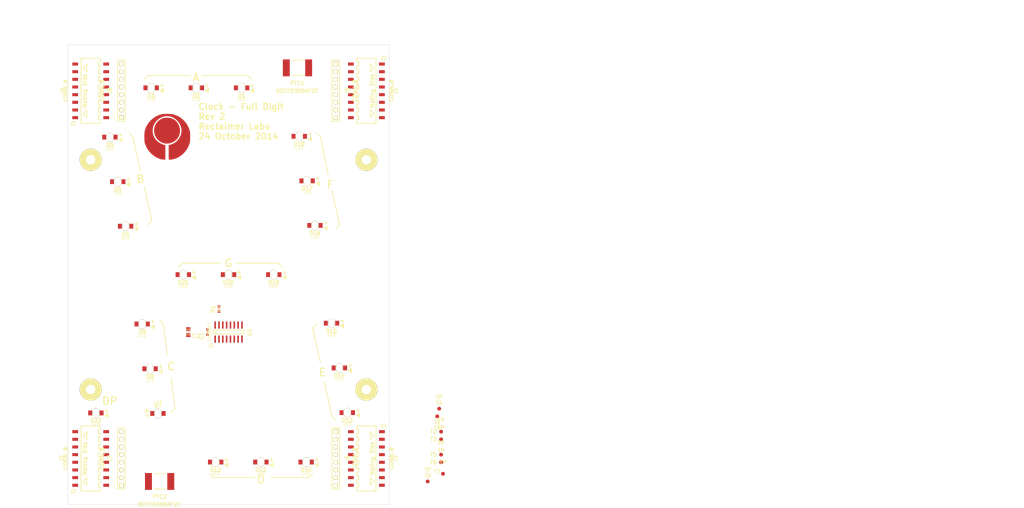
<source format=kicad_pcb>
(kicad_pcb (version 3) (host pcbnew "(2013-07-07 BZR 4022)-stable")

  (general
    (links 0)
    (no_connects 144)
    (area 47.14119 54.483003 385.60224 221.8944)
    (thickness 1.6)
    (drawings 53)
    (tracks 0)
    (zones 0)
    (modules 49)
    (nets 35)
  )

  (page A3)
  (title_block 
    (title "Clock Full Digit")
    (rev 1)
  )

  (layers
    (15 F.Cu signal)
    (0 B.Cu signal)
    (16 B.Adhes user)
    (17 F.Adhes user)
    (18 B.Paste user)
    (19 F.Paste user)
    (20 B.SilkS user hide)
    (21 F.SilkS user)
    (22 B.Mask user)
    (23 F.Mask user)
    (24 Dwgs.User user)
    (25 Cmts.User user)
    (26 Eco1.User user)
    (27 Eco2.User user)
    (28 Edge.Cuts user)
  )

  (setup
    (last_trace_width 0.254)
    (trace_clearance 0.1524)
    (zone_clearance 0.508)
    (zone_45_only no)
    (trace_min 0.254)
    (segment_width 0.254)
    (edge_width 0.254)
    (via_size 1.143)
    (via_drill 0.635)
    (via_min_size 0.889)
    (via_min_drill 0.508)
    (uvia_size 0.508)
    (uvia_drill 0.127)
    (uvias_allowed no)
    (uvia_min_size 0.508)
    (uvia_min_drill 0.127)
    (pcb_text_width 0.254)
    (pcb_text_size 2.54 2.54)
    (mod_edge_width 0.254)
    (mod_text_size 1.27 1.27)
    (mod_text_width 0.254)
    (pad_size 2.1524 3.1524)
    (pad_drill 2)
    (pad_to_mask_clearance 0.1778)
    (pad_to_paste_clearance -0.127)
    (aux_axis_origin 68.58 220.98)
    (visible_elements 7FFF7BFF)
    (pcbplotparams
      (layerselection 300449793)
      (usegerberextensions true)
      (excludeedgelayer false)
      (linewidth 0.254000)
      (plotframeref false)
      (viasonmask false)
      (mode 1)
      (useauxorigin true)
      (hpglpennumber 1)
      (hpglpenspeed 20)
      (hpglpendiameter 15)
      (hpglpenoverlay 2)
      (psnegative false)
      (psa4output false)
      (plotreference true)
      (plotvalue false)
      (plotothertext true)
      (plotinvisibletext false)
      (padsonsilk false)
      (subtractmaskfromsilk true)
      (outputformat 1)
      (mirror false)
      (drillshape 0)
      (scaleselection 1)
      (outputdirectory ../gerber/))
  )

  (net 0 "")
  (net 1 /CLK)
  (net 2 /LE)
  (net 3 /SDI)
  (net 4 /SDO)
  (net 5 /SPARE)
  (net 6 /~OE)
  (net 7 GND)
  (net 8 N-0000010)
  (net 9 N-0000011)
  (net 10 N-0000014)
  (net 11 N-0000015)
  (net 12 N-0000016)
  (net 13 N-0000017)
  (net 14 N-0000018)
  (net 15 N-0000019)
  (net 16 N-0000020)
  (net 17 N-0000021)
  (net 18 N-0000022)
  (net 19 N-0000023)
  (net 20 N-0000024)
  (net 21 N-0000025)
  (net 22 N-0000026)
  (net 23 N-0000027)
  (net 24 N-0000028)
  (net 25 N-0000029)
  (net 26 N-0000030)
  (net 27 N-0000033)
  (net 28 N-000004)
  (net 29 N-000006)
  (net 30 N-000007)
  (net 31 N-000008)
  (net 32 N-000009)
  (net 33 VCC)
  (net 34 Vled)

  (net_class Default "This is the default net class."
    (clearance 0.1524)
    (trace_width 0.254)
    (via_dia 1.143)
    (via_drill 0.635)
    (uvia_dia 0.508)
    (uvia_drill 0.127)
    (add_net "")
    (add_net /CLK)
    (add_net /LE)
    (add_net /SDI)
    (add_net /SDO)
    (add_net /SPARE)
    (add_net /~OE)
    (add_net N-0000033)
    (add_net N-000004)
    (add_net N-000006)
    (add_net N-000007)
    (add_net N-000008)
    (add_net N-000009)
    (add_net VCC)
  )

  (net_class LED ""
    (clearance 0.1524)
    (trace_width 0.635)
    (via_dia 1.143)
    (via_drill 0.635)
    (uvia_dia 0.508)
    (uvia_drill 0.127)
    (add_net N-0000010)
    (add_net N-0000011)
    (add_net N-0000014)
    (add_net N-0000015)
    (add_net N-0000016)
    (add_net N-0000017)
    (add_net N-0000018)
    (add_net N-0000019)
    (add_net N-0000020)
    (add_net N-0000021)
    (add_net N-0000022)
    (add_net N-0000023)
    (add_net N-0000024)
    (add_net N-0000025)
    (add_net N-0000026)
    (add_net N-0000027)
    (add_net N-0000028)
    (add_net N-0000029)
    (add_net N-0000030)
  )

  (net_class Power ""
    (clearance 0.1524)
    (trace_width 1.27)
    (via_dia 1.143)
    (via_drill 0.635)
    (uvia_dia 0.508)
    (uvia_drill 0.127)
    (add_net GND)
    (add_net Vled)
  )

  (module TP (layer F.Cu) (tedit 54239D01) (tstamp 5423A125)
    (at 191.135 191.77 180)
    (path /5423A57B)
    (fp_text reference T1 (at 0 -1.905 180) (layer F.SilkS)
      (effects (font (size 1.27 1.27) (thickness 0.254)))
    )
    (fp_text value TP (at 0 -3.81 180) (layer F.SilkS)
      (effects (font (size 1.27 1.27) (thickness 0.254)))
    )
    (pad 1 smd circle (at 0 0 180) (size 1.27 1.27)
      (layers F.Cu F.Mask)
      (net 25 N-0000029)
    )
  )

  (module TP (layer F.Cu) (tedit 5423C067) (tstamp 5423A11F)
    (at 192.405 196.85)
    (path /5423A58A)
    (fp_text reference T2 (at -2.54 0) (layer F.SilkS)
      (effects (font (size 1.27 1.27) (thickness 0.254)))
    )
    (fp_text value TP (at 0 -3.81) (layer F.SilkS)
      (effects (font (size 1.27 1.27) (thickness 0.254)))
    )
    (pad 1 smd circle (at 0 0) (size 1.27 1.27)
      (layers F.Cu F.Mask)
      (net 24 N-0000028)
    )
  )

  (module TP (layer F.Cu) (tedit 5423C070) (tstamp 5423A119)
    (at 192.405 199.39)
    (path /5423A599)
    (fp_text reference T3 (at -2.54 0) (layer F.SilkS)
      (effects (font (size 1.27 1.27) (thickness 0.254)))
    )
    (fp_text value TP (at 0 -3.81) (layer F.SilkS)
      (effects (font (size 1.27 1.27) (thickness 0.254)))
    )
    (pad 1 smd circle (at 0 0) (size 1.27 1.27)
      (layers F.Cu F.Mask)
      (net 23 N-0000027)
    )
  )

  (module TP (layer F.Cu) (tedit 54239D01) (tstamp 5423A113)
    (at 191.77 189.23)
    (path /5423A5A8)
    (fp_text reference T4 (at 0 -1.905) (layer F.SilkS)
      (effects (font (size 1.27 1.27) (thickness 0.254)))
    )
    (fp_text value TP (at 0 -3.81) (layer F.SilkS)
      (effects (font (size 1.27 1.27) (thickness 0.254)))
    )
    (pad 1 smd circle (at 0 0) (size 1.27 1.27)
      (layers F.Cu F.Mask)
      (net 22 N-0000026)
    )
  )

  (module TP (layer F.Cu) (tedit 5423C079) (tstamp 5423A10D)
    (at 192.405 204.47)
    (path /5423A5B7)
    (fp_text reference T5 (at -2.54 0) (layer F.SilkS)
      (effects (font (size 1.27 1.27) (thickness 0.254)))
    )
    (fp_text value TP (at 0 -3.81) (layer F.SilkS)
      (effects (font (size 1.27 1.27) (thickness 0.254)))
    )
    (pad 1 smd circle (at 0 0) (size 1.27 1.27)
      (layers F.Cu F.Mask)
      (net 21 N-0000025)
    )
  )

  (module TP (layer F.Cu) (tedit 5423C07C) (tstamp 5423A137)
    (at 192.405 207.01)
    (path /5423A5C6)
    (fp_text reference T6 (at -2.54 0) (layer F.SilkS)
      (effects (font (size 1.27 1.27) (thickness 0.254)))
    )
    (fp_text value TP (at 0 -3.81) (layer F.SilkS)
      (effects (font (size 1.27 1.27) (thickness 0.254)))
    )
    (pad 1 smd circle (at 0 0) (size 1.27 1.27)
      (layers F.Cu F.Mask)
      (net 19 N-0000023)
    )
  )

  (module TP (layer F.Cu) (tedit 5423C081) (tstamp 5423A131)
    (at 193.04 210.82)
    (path /5423A5D5)
    (fp_text reference T7 (at -1.905 -0.635) (layer F.SilkS)
      (effects (font (size 1.27 1.27) (thickness 0.254)))
    )
    (fp_text value TP (at 0 -3.81) (layer F.SilkS)
      (effects (font (size 1.27 1.27) (thickness 0.254)))
    )
    (pad 1 smd circle (at 0 0) (size 1.27 1.27)
      (layers F.Cu F.Mask)
      (net 20 N-0000024)
    )
  )

  (module c_0805 (layer F.Cu) (tedit 5423C199) (tstamp 5423A185)
    (at 108.585 163.83 90)
    (descr "SMT capacitor, 0805")
    (path /54228938)
    (fp_text reference C2 (at -1.27 2.54 180) (layer F.SilkS)
      (effects (font (size 1.27 1.27) (thickness 0.254)))
    )
    (fp_text value "4.7uF 25V" (at 0 0.9906 90) (layer F.SilkS) hide
      (effects (font (size 0.29972 0.29972) (thickness 0.06096)))
    )
    (fp_line (start 0.635 -0.635) (end 0.635 0.635) (layer F.SilkS) (width 0.127))
    (fp_line (start -0.635 -0.635) (end -0.635 0.6096) (layer F.SilkS) (width 0.127))
    (fp_line (start -1.016 -0.635) (end 1.016 -0.635) (layer F.SilkS) (width 0.127))
    (fp_line (start 1.016 -0.635) (end 1.016 0.635) (layer F.SilkS) (width 0.127))
    (fp_line (start 1.016 0.635) (end -1.016 0.635) (layer F.SilkS) (width 0.127))
    (fp_line (start -1.016 0.635) (end -1.016 -0.635) (layer F.SilkS) (width 0.127))
    (pad 1 smd rect (at 0.9525 0 90) (size 1.30048 1.4986)
      (layers F.Cu F.Paste F.Mask)
      (net 34 Vled)
    )
    (pad 2 smd rect (at -0.9525 0 90) (size 1.30048 1.4986)
      (layers F.Cu F.Paste F.Mask)
      (net 7 GND)
    )
    (model smd/capacitors/c_0805.wrl
      (at (xyz 0 0 0))
      (scale (xyz 1 1 1))
      (rotate (xyz 0 0 0))
    )
  )

  (module c_0603 (layer F.Cu) (tedit 5423C152) (tstamp 5423A144)
    (at 114.935 163.83 90)
    (descr "SMT capacitor, 0603")
    (path /54226A6C)
    (fp_text reference C1 (at -1.27 -1.905 90) (layer F.SilkS)
      (effects (font (size 1.27 1.27) (thickness 0.254)))
    )
    (fp_text value "0.1uF 12V" (at 0 0.635 90) (layer F.SilkS) hide
      (effects (font (size 0.20066 0.20066) (thickness 0.04064)))
    )
    (fp_line (start 0.5588 0.4064) (end 0.5588 -0.4064) (layer F.SilkS) (width 0.127))
    (fp_line (start -0.5588 -0.381) (end -0.5588 0.4064) (layer F.SilkS) (width 0.127))
    (fp_line (start -0.8128 -0.4064) (end 0.8128 -0.4064) (layer F.SilkS) (width 0.127))
    (fp_line (start 0.8128 -0.4064) (end 0.8128 0.4064) (layer F.SilkS) (width 0.127))
    (fp_line (start 0.8128 0.4064) (end -0.8128 0.4064) (layer F.SilkS) (width 0.127))
    (fp_line (start -0.8128 0.4064) (end -0.8128 -0.4064) (layer F.SilkS) (width 0.127))
    (pad 1 smd rect (at 0.75184 0 90) (size 0.89916 1.00076)
      (layers F.Cu F.Paste F.Mask)
      (net 33 VCC)
    )
    (pad 2 smd rect (at -0.75184 0 90) (size 0.89916 1.00076)
      (layers F.Cu F.Paste F.Mask)
      (net 7 GND)
    )
    (model smd/capacitors/c_0603.wrl
      (at (xyz 0 0 0))
      (scale (xyz 1 1 1))
      (rotate (xyz 0 0 0))
    )
  )

  (module c_0603 (layer F.Cu) (tedit 5423C14A) (tstamp 5423A151)
    (at 118.745 156.21 270)
    (descr "SMT capacitor, 0603")
    (path /541DFCA1)
    (fp_text reference R1 (at 0 1.905 270) (layer F.SilkS)
      (effects (font (size 1.27 1.27) (thickness 0.254)))
    )
    (fp_text value "931R 1%" (at 0 0.635 270) (layer F.SilkS) hide
      (effects (font (size 0.20066 0.20066) (thickness 0.04064)))
    )
    (fp_line (start 0.5588 0.4064) (end 0.5588 -0.4064) (layer F.SilkS) (width 0.127))
    (fp_line (start -0.5588 -0.381) (end -0.5588 0.4064) (layer F.SilkS) (width 0.127))
    (fp_line (start -0.8128 -0.4064) (end 0.8128 -0.4064) (layer F.SilkS) (width 0.127))
    (fp_line (start 0.8128 -0.4064) (end 0.8128 0.4064) (layer F.SilkS) (width 0.127))
    (fp_line (start 0.8128 0.4064) (end -0.8128 0.4064) (layer F.SilkS) (width 0.127))
    (fp_line (start -0.8128 0.4064) (end -0.8128 -0.4064) (layer F.SilkS) (width 0.127))
    (pad 1 smd rect (at 0.75184 0 270) (size 0.89916 1.00076)
      (layers F.Cu F.Paste F.Mask)
      (net 28 N-000004)
    )
    (pad 2 smd rect (at -0.75184 0 270) (size 0.89916 1.00076)
      (layers F.Cu F.Paste F.Mask)
      (net 7 GND)
    )
    (model smd/capacitors/c_0603.wrl
      (at (xyz 0 0 0))
      (scale (xyz 1 1 1))
      (rotate (xyz 0 0 0))
    )
  )

  (module MTHOLE_3mm (layer F.Cu) (tedit 5423D366) (tstamp 5423A329)
    (at 167.64 182.88)
    (path /542399A2)
    (fp_text reference X2 (at 0 6.985) (layer F.SilkS) hide
      (effects (font (size 1.27 1.27) (thickness 0.254)))
    )
    (fp_text value MTHOLE (at 0 -5.08) (layer F.SilkS) hide
      (effects (font (size 1.27 1.27) (thickness 0.254)))
    )
    (pad 1 thru_hole circle (at 0 0) (size 7.3 7.3) (drill 3.1)
      (layers *.Cu *.Mask F.SilkS)
      (net 7 GND)
    )
  )

  (module MTHOLE_3mm (layer F.Cu) (tedit 5423D37D) (tstamp 5423A323)
    (at 76.2 106.68)
    (path /542399B1)
    (fp_text reference X3 (at 0 -8.255) (layer F.SilkS) hide
      (effects (font (size 1.27 1.27) (thickness 0.254)))
    )
    (fp_text value MTHOLE (at 0 -5.08) (layer F.SilkS) hide
      (effects (font (size 1.27 1.27) (thickness 0.254)))
    )
    (pad 1 thru_hole circle (at 0 0) (size 7.3 7.3) (drill 3.1)
      (layers *.Cu *.Mask F.SilkS)
      (net 7 GND)
    )
  )

  (module MTHOLE_3mm (layer F.Cu) (tedit 5423D366) (tstamp 5423A317)
    (at 76.2 182.88)
    (path /542399C0)
    (fp_text reference X4 (at 0 6.985) (layer F.SilkS) hide
      (effects (font (size 1.27 1.27) (thickness 0.254)))
    )
    (fp_text value MTHOLE (at 0 -5.08) (layer F.SilkS) hide
      (effects (font (size 1.27 1.27) (thickness 0.254)))
    )
    (pad 1 thru_hole circle (at 0 0) (size 7.3 7.3) (drill 3.1)
      (layers *.Cu *.Mask F.SilkS)
      (net 7 GND)
    )
  )

  (module MTHOLE_3mm (layer F.Cu) (tedit 5423D37A) (tstamp 5423A31D)
    (at 167.64 106.68)
    (path /54239993)
    (fp_text reference X1 (at 0 -8.89) (layer F.SilkS) hide
      (effects (font (size 1.27 1.27) (thickness 0.254)))
    )
    (fp_text value MTHOLE (at 0 -5.08) (layer F.SilkS) hide
      (effects (font (size 1.27 1.27) (thickness 0.254)))
    )
    (pad 1 thru_hole circle (at 0 0) (size 7.3 7.3) (drill 3.1)
      (layers *.Cu *.Mask F.SilkS)
      (net 7 GND)
    )
  )

  (module TP (layer F.Cu) (tedit 54239D01) (tstamp 5446042A)
    (at 187.96 213.36)
    (path /5423A56C)
    (fp_text reference T0 (at 0 -1.905) (layer F.SilkS)
      (effects (font (size 1.27 1.27) (thickness 0.254)))
    )
    (fp_text value TP (at 0 -3.81) (layer F.SilkS)
      (effects (font (size 1.27 1.27) (thickness 0.254)))
    )
    (pad 1 smd circle (at 0 0) (size 1.27 1.27)
      (layers F.Cu F.Mask)
      (net 26 N-0000030)
    )
  )

  (module HEADER_8X1 (layer F.Cu) (tedit 544601A9) (tstamp 5446043A)
    (at 157.48 83.82 270)
    (path /54435E4B)
    (fp_text reference J5 (at 0 -3.81 270) (layer F.SilkS)
      (effects (font (size 1.27 1.27) (thickness 0.254)))
    )
    (fp_text value CONN_8 (at 0 -6.35 270) (layer F.SilkS)
      (effects (font (size 1.27 1.27) (thickness 0.254)))
    )
    (fp_line (start -10.16 1.27) (end 10.16 1.27) (layer F.SilkS) (width 0.254))
    (fp_line (start 10.16 1.27) (end 10.16 -1.27) (layer F.SilkS) (width 0.254))
    (fp_line (start 10.16 -1.27) (end -10.16 -1.27) (layer F.SilkS) (width 0.254))
    (fp_line (start -10.16 -1.27) (end -10.16 1.27) (layer F.SilkS) (width 0.254))
    (pad 1 thru_hole rect (at -8.89 0 270) (size 1.524 1.524) (drill 1.016)
      (layers *.Cu *.Mask F.SilkS)
      (net 10 N-0000014)
    )
    (pad 2 thru_hole circle (at -6.35 0 270) (size 1.524 1.524) (drill 1.016)
      (layers *.Cu *.Mask F.SilkS)
      (net 33 VCC)
    )
    (pad 3 thru_hole circle (at -3.81 0 270) (size 1.524 1.524) (drill 1.016)
      (layers *.Cu *.Mask F.SilkS)
      (net 5 /SPARE)
    )
    (pad 4 thru_hole circle (at -1.27 0 270) (size 1.524 1.524) (drill 1.016)
      (layers *.Cu *.Mask F.SilkS)
      (net 3 /SDI)
    )
    (pad 5 thru_hole circle (at 1.27 0 270) (size 1.524 1.524) (drill 1.016)
      (layers *.Cu *.Mask F.SilkS)
      (net 1 /CLK)
    )
    (pad 6 thru_hole circle (at 3.81 0 270) (size 1.524 1.524) (drill 1.016)
      (layers *.Cu *.Mask F.SilkS)
      (net 2 /LE)
    )
    (pad 7 thru_hole circle (at 6.35 0 270) (size 1.524 1.524) (drill 1.016)
      (layers *.Cu *.Mask F.SilkS)
      (net 6 /~OE)
    )
    (pad 8 thru_hole circle (at 8.89 0 270) (size 1.524 1.524) (drill 1.016)
      (layers *.Cu *.Mask F.SilkS)
      (net 7 GND)
    )
  )

  (module HEADER_8X1 (layer F.Cu) (tedit 544601A9) (tstamp 5446044A)
    (at 86.36 83.82 90)
    (path /54435E60)
    (fp_text reference J8 (at 0 -3.81 90) (layer F.SilkS)
      (effects (font (size 1.27 1.27) (thickness 0.254)))
    )
    (fp_text value CONN_8 (at 0 -6.35 90) (layer F.SilkS)
      (effects (font (size 1.27 1.27) (thickness 0.254)))
    )
    (fp_line (start -10.16 1.27) (end 10.16 1.27) (layer F.SilkS) (width 0.254))
    (fp_line (start 10.16 1.27) (end 10.16 -1.27) (layer F.SilkS) (width 0.254))
    (fp_line (start 10.16 -1.27) (end -10.16 -1.27) (layer F.SilkS) (width 0.254))
    (fp_line (start -10.16 -1.27) (end -10.16 1.27) (layer F.SilkS) (width 0.254))
    (pad 1 thru_hole rect (at -8.89 0 90) (size 1.524 1.524) (drill 1.016)
      (layers *.Cu *.Mask F.SilkS)
      (net 7 GND)
    )
    (pad 2 thru_hole circle (at -6.35 0 90) (size 1.524 1.524) (drill 1.016)
      (layers *.Cu *.Mask F.SilkS)
      (net 6 /~OE)
    )
    (pad 3 thru_hole circle (at -3.81 0 90) (size 1.524 1.524) (drill 1.016)
      (layers *.Cu *.Mask F.SilkS)
      (net 2 /LE)
    )
    (pad 4 thru_hole circle (at -1.27 0 90) (size 1.524 1.524) (drill 1.016)
      (layers *.Cu *.Mask F.SilkS)
      (net 1 /CLK)
    )
    (pad 5 thru_hole circle (at 1.27 0 90) (size 1.524 1.524) (drill 1.016)
      (layers *.Cu *.Mask F.SilkS)
      (net 4 /SDO)
    )
    (pad 6 thru_hole circle (at 3.81 0 90) (size 1.524 1.524) (drill 1.016)
      (layers *.Cu *.Mask F.SilkS)
      (net 5 /SPARE)
    )
    (pad 7 thru_hole circle (at 6.35 0 90) (size 1.524 1.524) (drill 1.016)
      (layers *.Cu *.Mask F.SilkS)
      (net 33 VCC)
    )
    (pad 8 thru_hole circle (at 8.89 0 90) (size 1.524 1.524) (drill 1.016)
      (layers *.Cu *.Mask F.SilkS)
      (net 34 Vled)
    )
  )

  (module HEADER_8X1 (layer F.Cu) (tedit 544601A9) (tstamp 5446045A)
    (at 157.48 205.74 270)
    (path /54435E6F)
    (fp_text reference J6 (at 0 -3.81 270) (layer F.SilkS)
      (effects (font (size 1.27 1.27) (thickness 0.254)))
    )
    (fp_text value CONN_8 (at 0 -6.35 270) (layer F.SilkS)
      (effects (font (size 1.27 1.27) (thickness 0.254)))
    )
    (fp_line (start -10.16 1.27) (end 10.16 1.27) (layer F.SilkS) (width 0.254))
    (fp_line (start 10.16 1.27) (end 10.16 -1.27) (layer F.SilkS) (width 0.254))
    (fp_line (start 10.16 -1.27) (end -10.16 -1.27) (layer F.SilkS) (width 0.254))
    (fp_line (start -10.16 -1.27) (end -10.16 1.27) (layer F.SilkS) (width 0.254))
    (pad 1 thru_hole rect (at -8.89 0 270) (size 1.524 1.524) (drill 1.016)
      (layers *.Cu *.Mask F.SilkS)
      (net 7 GND)
    )
    (pad 2 thru_hole circle (at -6.35 0 270) (size 1.524 1.524) (drill 1.016)
      (layers *.Cu *.Mask F.SilkS)
      (net 6 /~OE)
    )
    (pad 3 thru_hole circle (at -3.81 0 270) (size 1.524 1.524) (drill 1.016)
      (layers *.Cu *.Mask F.SilkS)
      (net 2 /LE)
    )
    (pad 4 thru_hole circle (at -1.27 0 270) (size 1.524 1.524) (drill 1.016)
      (layers *.Cu *.Mask F.SilkS)
      (net 1 /CLK)
    )
    (pad 5 thru_hole circle (at 1.27 0 270) (size 1.524 1.524) (drill 1.016)
      (layers *.Cu *.Mask F.SilkS)
      (net 4 /SDO)
    )
    (pad 6 thru_hole circle (at 3.81 0 270) (size 1.524 1.524) (drill 1.016)
      (layers *.Cu *.Mask F.SilkS)
      (net 5 /SPARE)
    )
    (pad 7 thru_hole circle (at 6.35 0 270) (size 1.524 1.524) (drill 1.016)
      (layers *.Cu *.Mask F.SilkS)
      (net 33 VCC)
    )
    (pad 8 thru_hole circle (at 8.89 0 270) (size 1.524 1.524) (drill 1.016)
      (layers *.Cu *.Mask F.SilkS)
      (net 34 Vled)
    )
  )

  (module HEADER_8X1 (layer F.Cu) (tedit 544601A9) (tstamp 5446046A)
    (at 86.36 205.74 90)
    (path /54435E7E)
    (fp_text reference J7 (at 0 -3.81 90) (layer F.SilkS)
      (effects (font (size 1.27 1.27) (thickness 0.254)))
    )
    (fp_text value CONN_8 (at 0 -6.35 90) (layer F.SilkS)
      (effects (font (size 1.27 1.27) (thickness 0.254)))
    )
    (fp_line (start -10.16 1.27) (end 10.16 1.27) (layer F.SilkS) (width 0.254))
    (fp_line (start 10.16 1.27) (end 10.16 -1.27) (layer F.SilkS) (width 0.254))
    (fp_line (start 10.16 -1.27) (end -10.16 -1.27) (layer F.SilkS) (width 0.254))
    (fp_line (start -10.16 -1.27) (end -10.16 1.27) (layer F.SilkS) (width 0.254))
    (pad 1 thru_hole rect (at -8.89 0 90) (size 1.524 1.524) (drill 1.016)
      (layers *.Cu *.Mask F.SilkS)
      (net 27 N-0000033)
    )
    (pad 2 thru_hole circle (at -6.35 0 90) (size 1.524 1.524) (drill 1.016)
      (layers *.Cu *.Mask F.SilkS)
      (net 33 VCC)
    )
    (pad 3 thru_hole circle (at -3.81 0 90) (size 1.524 1.524) (drill 1.016)
      (layers *.Cu *.Mask F.SilkS)
      (net 5 /SPARE)
    )
    (pad 4 thru_hole circle (at -1.27 0 90) (size 1.524 1.524) (drill 1.016)
      (layers *.Cu *.Mask F.SilkS)
      (net 3 /SDI)
    )
    (pad 5 thru_hole circle (at 1.27 0 90) (size 1.524 1.524) (drill 1.016)
      (layers *.Cu *.Mask F.SilkS)
      (net 1 /CLK)
    )
    (pad 6 thru_hole circle (at 3.81 0 90) (size 1.524 1.524) (drill 1.016)
      (layers *.Cu *.Mask F.SilkS)
      (net 2 /LE)
    )
    (pad 7 thru_hole circle (at 6.35 0 90) (size 1.524 1.524) (drill 1.016)
      (layers *.Cu *.Mask F.SilkS)
      (net 6 /~OE)
    )
    (pad 8 thru_hole circle (at 8.89 0 90) (size 1.524 1.524) (drill 1.016)
      (layers *.Cu *.Mask F.SilkS)
      (net 7 GND)
    )
  )

  (module 2920_ptc (layer F.Cu) (tedit 5446034A) (tstamp 54460472)
    (at 144.78 76.2 180)
    (path /54437841)
    (fp_text reference PTC1 (at 0 -5.08 180) (layer F.SilkS)
      (effects (font (size 1.27 1.27) (thickness 0.254)))
    )
    (fp_text value 0ZCF0300AF2C (at 0 -7.62 180) (layer F.SilkS)
      (effects (font (size 1.27 1.27) (thickness 0.254)))
    )
    (fp_line (start -1.905 2.54) (end 1.905 2.54) (layer F.SilkS) (width 0.254))
    (fp_line (start -1.905 -2.54) (end 1.905 -2.54) (layer F.SilkS) (width 0.254))
    (pad 1 smd rect (at -3.7 0 180) (size 2.3 5.6)
      (layers F.Cu F.Paste F.Mask)
      (net 10 N-0000014)
    )
    (pad 2 smd rect (at 3.7 0 180) (size 2.3 5.6)
      (layers F.Cu F.Paste F.Mask)
      (net 34 Vled)
    )
  )

  (module 2920_ptc (layer F.Cu) (tedit 5446034A) (tstamp 5446047A)
    (at 99.06 213.36 180)
    (path /54437850)
    (fp_text reference PTC2 (at 0 -5.08 180) (layer F.SilkS)
      (effects (font (size 1.27 1.27) (thickness 0.254)))
    )
    (fp_text value 0ZCF0300AF2C (at 0 -7.62 180) (layer F.SilkS)
      (effects (font (size 1.27 1.27) (thickness 0.254)))
    )
    (fp_line (start -1.905 2.54) (end 1.905 2.54) (layer F.SilkS) (width 0.254))
    (fp_line (start -1.905 -2.54) (end 1.905 -2.54) (layer F.SilkS) (width 0.254))
    (pad 1 smd rect (at -3.7 0 180) (size 2.3 5.6)
      (layers F.Cu F.Paste F.Mask)
      (net 34 Vled)
    )
    (pad 2 smd rect (at 3.7 0 180) (size 2.3 5.6)
      (layers F.Cu F.Paste F.Mask)
      (net 27 N-0000033)
    )
  )

  (module SSM-SH-08 (layer F.Cu) (tedit 54460643) (tstamp 5423A389)
    (at 167.64 83.82 270)
    (path /541DFD5A)
    (fp_text reference J1 (at 0 -9.525 270) (layer F.SilkS)
      (effects (font (size 1.27 1.27) (thickness 0.254)))
    )
    (fp_text value CONN_8 (at 0 -8.255 270) (layer F.SilkS)
      (effects (font (size 1.27 1.27) (thickness 0.254)))
    )
    (fp_line (start 10.795 3.175) (end 10.795 -3.175) (layer F.SilkS) (width 0.254))
    (fp_line (start -10.795 -3.175) (end -10.795 3.175) (layer F.SilkS) (width 0.254))
    (fp_line (start -10.795 -3.175) (end 10.795 -3.175) (layer F.SilkS) (width 0.254))
    (fp_line (start -9.525 3.175) (end -10.795 3.175) (layer F.SilkS) (width 0.254))
    (fp_line (start 9.525 3.175) (end 10.795 3.175) (layer F.SilkS) (width 0.254))
    (fp_line (start 9.525 2.54) (end 9.525 3.175) (layer F.SilkS) (width 0.254))
    (fp_line (start -9.525 2.54) (end -9.525 3.175) (layer F.SilkS) (width 0.254))
    (fp_line (start -8.255 2.54) (end -9.525 2.54) (layer F.SilkS) (width 0.254))
    (fp_line (start -8.255 2.54) (end -8.255 3.175) (layer F.SilkS) (width 0.254))
    (fp_line (start -8.255 3.175) (end -6.985 3.175) (layer F.SilkS) (width 0.254))
    (fp_line (start -6.985 3.175) (end -6.985 2.54) (layer F.SilkS) (width 0.254))
    (fp_line (start -6.985 2.54) (end -5.715 2.54) (layer F.SilkS) (width 0.254))
    (fp_line (start -5.715 2.54) (end -5.715 3.175) (layer F.SilkS) (width 0.254))
    (fp_line (start -5.715 3.175) (end -4.445 3.175) (layer F.SilkS) (width 0.254))
    (fp_line (start -4.445 3.175) (end -4.445 2.54) (layer F.SilkS) (width 0.254))
    (fp_line (start -4.445 2.54) (end -3.175 2.54) (layer F.SilkS) (width 0.254))
    (fp_line (start -3.175 2.54) (end -3.175 3.175) (layer F.SilkS) (width 0.254))
    (fp_line (start -3.175 3.175) (end -1.905 3.175) (layer F.SilkS) (width 0.254))
    (fp_line (start -1.905 3.175) (end -1.905 2.54) (layer F.SilkS) (width 0.254))
    (fp_line (start -1.905 2.54) (end -0.635 2.54) (layer F.SilkS) (width 0.254))
    (fp_line (start -0.635 2.54) (end -0.635 3.175) (layer F.SilkS) (width 0.254))
    (fp_line (start -0.635 3.175) (end 0.635 3.175) (layer F.SilkS) (width 0.254))
    (fp_line (start 0.635 3.175) (end 0.635 2.54) (layer F.SilkS) (width 0.254))
    (fp_line (start 0.635 2.54) (end 1.905 2.54) (layer F.SilkS) (width 0.254))
    (fp_line (start 1.905 2.54) (end 1.905 3.175) (layer F.SilkS) (width 0.254))
    (fp_line (start 1.905 3.175) (end 3.175 3.175) (layer F.SilkS) (width 0.254))
    (fp_line (start 3.175 3.175) (end 3.175 2.54) (layer F.SilkS) (width 0.254))
    (fp_line (start 3.175 2.54) (end 4.445 2.54) (layer F.SilkS) (width 0.254))
    (fp_line (start 4.445 2.54) (end 4.445 3.175) (layer F.SilkS) (width 0.254))
    (fp_line (start 4.445 3.175) (end 5.715 3.175) (layer F.SilkS) (width 0.254))
    (fp_line (start 5.715 3.175) (end 5.715 2.54) (layer F.SilkS) (width 0.254))
    (fp_line (start 5.715 2.54) (end 6.985 2.54) (layer F.SilkS) (width 0.254))
    (fp_line (start 6.985 2.54) (end 6.985 3.175) (layer F.SilkS) (width 0.254))
    (fp_line (start 6.985 3.175) (end 8.255 3.175) (layer F.SilkS) (width 0.254))
    (fp_line (start 8.255 3.175) (end 8.255 2.54) (layer F.SilkS) (width 0.254))
    (fp_line (start 8.255 2.54) (end 9.525 2.54) (layer F.SilkS) (width 0.254))
    (fp_line (start -6.35 -1.27) (end -7.62 -2.54) (layer F.SilkS) (width 0.254))
    (fp_line (start -7.62 -2.54) (end -8.89 -1.27) (layer F.SilkS) (width 0.254))
    (fp_line (start -8.89 -1.27) (end -6.35 -1.27) (layer F.SilkS) (width 0.254))
    (fp_line (start 6.35 -1.27) (end 7.62 -2.54) (layer F.SilkS) (width 0.254))
    (fp_line (start 7.62 -2.54) (end 8.89 -1.27) (layer F.SilkS) (width 0.254))
    (fp_line (start 8.89 -1.27) (end 6.35 -1.27) (layer F.SilkS) (width 0.254))
    (fp_text user "Mating Side" (at 0 -1.905 270) (layer F.SilkS)
      (effects (font (size 1.27 1.27) (thickness 0.254)))
    )
    (fp_circle (center -10.795 -5.715) (end -10.16 -5.715) (layer F.SilkS) (width 0.254))
    (pad 1 smd rect (at -8.89 -5.1435 270) (size 1.016 1.905)
      (layers F.Cu F.Paste F.Mask)
      (net 10 N-0000014)
    )
    (pad 2 smd rect (at -6.35 -5.1435 270) (size 1.016 1.905)
      (layers F.Cu F.Paste F.Mask)
      (net 33 VCC)
    )
    (pad 3 smd rect (at -3.81 -5.1435 270) (size 1.016 1.905)
      (layers F.Cu F.Paste F.Mask)
      (net 5 /SPARE)
    )
    (pad 4 smd rect (at -1.27 -5.1435 270) (size 1.016 1.905)
      (layers F.Cu F.Paste F.Mask)
      (net 3 /SDI)
    )
    (pad 5 smd rect (at 1.27 -5.1435 270) (size 1.016 1.905)
      (layers F.Cu F.Paste F.Mask)
      (net 1 /CLK)
    )
    (pad 6 smd rect (at 3.81 -5.1435 270) (size 1.016 1.905)
      (layers F.Cu F.Paste F.Mask)
      (net 2 /LE)
    )
    (pad 7 smd rect (at 6.35 -5.1435 270) (size 1.016 1.905)
      (layers F.Cu F.Paste F.Mask)
      (net 6 /~OE)
    )
    (pad 8 smd rect (at 8.89 -5.1435 270) (size 1.016 1.905)
      (layers F.Cu F.Paste F.Mask)
      (net 7 GND)
    )
    (pad 1 smd rect (at -8.89 5.1435 270) (size 1.016 1.905)
      (layers F.Cu F.Paste F.Mask)
      (net 10 N-0000014)
    )
    (pad 2 smd rect (at -6.35 5.1435 270) (size 1.016 1.905)
      (layers F.Cu F.Paste F.Mask)
      (net 33 VCC)
    )
    (pad 3 smd rect (at -3.81 5.1435 270) (size 1.016 1.905)
      (layers F.Cu F.Paste F.Mask)
      (net 5 /SPARE)
    )
    (pad 4 smd rect (at -1.27 5.1435 270) (size 1.016 1.905)
      (layers F.Cu F.Paste F.Mask)
      (net 3 /SDI)
    )
    (pad 5 smd rect (at 1.27 5.1435 270) (size 1.016 1.905)
      (layers F.Cu F.Paste F.Mask)
      (net 1 /CLK)
    )
    (pad 6 smd rect (at 3.81 5.1435 270) (size 1.016 1.905)
      (layers F.Cu F.Paste F.Mask)
      (net 2 /LE)
    )
    (pad 7 smd rect (at 6.35 5.1435 270) (size 1.016 1.905)
      (layers F.Cu F.Paste F.Mask)
      (net 6 /~OE)
    )
    (pad 8 smd rect (at 8.89 5.1435 270) (size 1.016 1.905)
      (layers F.Cu F.Paste F.Mask)
      (net 7 GND)
    )
  )

  (module SSM-SH-08 (layer F.Cu) (tedit 54460643) (tstamp 5423A3AC)
    (at 76.2 83.82 90)
    (path /541E00FD)
    (fp_text reference J4 (at 0 -9.525 90) (layer F.SilkS)
      (effects (font (size 1.27 1.27) (thickness 0.254)))
    )
    (fp_text value CONN_8 (at 0 -8.255 90) (layer F.SilkS)
      (effects (font (size 1.27 1.27) (thickness 0.254)))
    )
    (fp_line (start 10.795 3.175) (end 10.795 -3.175) (layer F.SilkS) (width 0.254))
    (fp_line (start -10.795 -3.175) (end -10.795 3.175) (layer F.SilkS) (width 0.254))
    (fp_line (start -10.795 -3.175) (end 10.795 -3.175) (layer F.SilkS) (width 0.254))
    (fp_line (start -9.525 3.175) (end -10.795 3.175) (layer F.SilkS) (width 0.254))
    (fp_line (start 9.525 3.175) (end 10.795 3.175) (layer F.SilkS) (width 0.254))
    (fp_line (start 9.525 2.54) (end 9.525 3.175) (layer F.SilkS) (width 0.254))
    (fp_line (start -9.525 2.54) (end -9.525 3.175) (layer F.SilkS) (width 0.254))
    (fp_line (start -8.255 2.54) (end -9.525 2.54) (layer F.SilkS) (width 0.254))
    (fp_line (start -8.255 2.54) (end -8.255 3.175) (layer F.SilkS) (width 0.254))
    (fp_line (start -8.255 3.175) (end -6.985 3.175) (layer F.SilkS) (width 0.254))
    (fp_line (start -6.985 3.175) (end -6.985 2.54) (layer F.SilkS) (width 0.254))
    (fp_line (start -6.985 2.54) (end -5.715 2.54) (layer F.SilkS) (width 0.254))
    (fp_line (start -5.715 2.54) (end -5.715 3.175) (layer F.SilkS) (width 0.254))
    (fp_line (start -5.715 3.175) (end -4.445 3.175) (layer F.SilkS) (width 0.254))
    (fp_line (start -4.445 3.175) (end -4.445 2.54) (layer F.SilkS) (width 0.254))
    (fp_line (start -4.445 2.54) (end -3.175 2.54) (layer F.SilkS) (width 0.254))
    (fp_line (start -3.175 2.54) (end -3.175 3.175) (layer F.SilkS) (width 0.254))
    (fp_line (start -3.175 3.175) (end -1.905 3.175) (layer F.SilkS) (width 0.254))
    (fp_line (start -1.905 3.175) (end -1.905 2.54) (layer F.SilkS) (width 0.254))
    (fp_line (start -1.905 2.54) (end -0.635 2.54) (layer F.SilkS) (width 0.254))
    (fp_line (start -0.635 2.54) (end -0.635 3.175) (layer F.SilkS) (width 0.254))
    (fp_line (start -0.635 3.175) (end 0.635 3.175) (layer F.SilkS) (width 0.254))
    (fp_line (start 0.635 3.175) (end 0.635 2.54) (layer F.SilkS) (width 0.254))
    (fp_line (start 0.635 2.54) (end 1.905 2.54) (layer F.SilkS) (width 0.254))
    (fp_line (start 1.905 2.54) (end 1.905 3.175) (layer F.SilkS) (width 0.254))
    (fp_line (start 1.905 3.175) (end 3.175 3.175) (layer F.SilkS) (width 0.254))
    (fp_line (start 3.175 3.175) (end 3.175 2.54) (layer F.SilkS) (width 0.254))
    (fp_line (start 3.175 2.54) (end 4.445 2.54) (layer F.SilkS) (width 0.254))
    (fp_line (start 4.445 2.54) (end 4.445 3.175) (layer F.SilkS) (width 0.254))
    (fp_line (start 4.445 3.175) (end 5.715 3.175) (layer F.SilkS) (width 0.254))
    (fp_line (start 5.715 3.175) (end 5.715 2.54) (layer F.SilkS) (width 0.254))
    (fp_line (start 5.715 2.54) (end 6.985 2.54) (layer F.SilkS) (width 0.254))
    (fp_line (start 6.985 2.54) (end 6.985 3.175) (layer F.SilkS) (width 0.254))
    (fp_line (start 6.985 3.175) (end 8.255 3.175) (layer F.SilkS) (width 0.254))
    (fp_line (start 8.255 3.175) (end 8.255 2.54) (layer F.SilkS) (width 0.254))
    (fp_line (start 8.255 2.54) (end 9.525 2.54) (layer F.SilkS) (width 0.254))
    (fp_line (start -6.35 -1.27) (end -7.62 -2.54) (layer F.SilkS) (width 0.254))
    (fp_line (start -7.62 -2.54) (end -8.89 -1.27) (layer F.SilkS) (width 0.254))
    (fp_line (start -8.89 -1.27) (end -6.35 -1.27) (layer F.SilkS) (width 0.254))
    (fp_line (start 6.35 -1.27) (end 7.62 -2.54) (layer F.SilkS) (width 0.254))
    (fp_line (start 7.62 -2.54) (end 8.89 -1.27) (layer F.SilkS) (width 0.254))
    (fp_line (start 8.89 -1.27) (end 6.35 -1.27) (layer F.SilkS) (width 0.254))
    (fp_text user "Mating Side" (at 0 -1.905 90) (layer F.SilkS)
      (effects (font (size 1.27 1.27) (thickness 0.254)))
    )
    (fp_circle (center -10.795 -5.715) (end -10.16 -5.715) (layer F.SilkS) (width 0.254))
    (pad 1 smd rect (at -8.89 -5.1435 90) (size 1.016 1.905)
      (layers F.Cu F.Paste F.Mask)
      (net 7 GND)
    )
    (pad 2 smd rect (at -6.35 -5.1435 90) (size 1.016 1.905)
      (layers F.Cu F.Paste F.Mask)
      (net 6 /~OE)
    )
    (pad 3 smd rect (at -3.81 -5.1435 90) (size 1.016 1.905)
      (layers F.Cu F.Paste F.Mask)
      (net 2 /LE)
    )
    (pad 4 smd rect (at -1.27 -5.1435 90) (size 1.016 1.905)
      (layers F.Cu F.Paste F.Mask)
      (net 1 /CLK)
    )
    (pad 5 smd rect (at 1.27 -5.1435 90) (size 1.016 1.905)
      (layers F.Cu F.Paste F.Mask)
      (net 4 /SDO)
    )
    (pad 6 smd rect (at 3.81 -5.1435 90) (size 1.016 1.905)
      (layers F.Cu F.Paste F.Mask)
      (net 5 /SPARE)
    )
    (pad 7 smd rect (at 6.35 -5.1435 90) (size 1.016 1.905)
      (layers F.Cu F.Paste F.Mask)
      (net 33 VCC)
    )
    (pad 8 smd rect (at 8.89 -5.1435 90) (size 1.016 1.905)
      (layers F.Cu F.Paste F.Mask)
      (net 34 Vled)
    )
    (pad 1 smd rect (at -8.89 5.1435 90) (size 1.016 1.905)
      (layers F.Cu F.Paste F.Mask)
      (net 7 GND)
    )
    (pad 2 smd rect (at -6.35 5.1435 90) (size 1.016 1.905)
      (layers F.Cu F.Paste F.Mask)
      (net 6 /~OE)
    )
    (pad 3 smd rect (at -3.81 5.1435 90) (size 1.016 1.905)
      (layers F.Cu F.Paste F.Mask)
      (net 2 /LE)
    )
    (pad 4 smd rect (at -1.27 5.1435 90) (size 1.016 1.905)
      (layers F.Cu F.Paste F.Mask)
      (net 1 /CLK)
    )
    (pad 5 smd rect (at 1.27 5.1435 90) (size 1.016 1.905)
      (layers F.Cu F.Paste F.Mask)
      (net 4 /SDO)
    )
    (pad 6 smd rect (at 3.81 5.1435 90) (size 1.016 1.905)
      (layers F.Cu F.Paste F.Mask)
      (net 5 /SPARE)
    )
    (pad 7 smd rect (at 6.35 5.1435 90) (size 1.016 1.905)
      (layers F.Cu F.Paste F.Mask)
      (net 33 VCC)
    )
    (pad 8 smd rect (at 8.89 5.1435 90) (size 1.016 1.905)
      (layers F.Cu F.Paste F.Mask)
      (net 34 Vled)
    )
  )

  (module SSM-SH-08 (layer F.Cu) (tedit 54460643) (tstamp 5423A3CF)
    (at 167.64 205.74 270)
    (path /541E00EE)
    (fp_text reference J2 (at 0 -9.525 270) (layer F.SilkS)
      (effects (font (size 1.27 1.27) (thickness 0.254)))
    )
    (fp_text value CONN_8 (at 0 -8.255 270) (layer F.SilkS)
      (effects (font (size 1.27 1.27) (thickness 0.254)))
    )
    (fp_line (start 10.795 3.175) (end 10.795 -3.175) (layer F.SilkS) (width 0.254))
    (fp_line (start -10.795 -3.175) (end -10.795 3.175) (layer F.SilkS) (width 0.254))
    (fp_line (start -10.795 -3.175) (end 10.795 -3.175) (layer F.SilkS) (width 0.254))
    (fp_line (start -9.525 3.175) (end -10.795 3.175) (layer F.SilkS) (width 0.254))
    (fp_line (start 9.525 3.175) (end 10.795 3.175) (layer F.SilkS) (width 0.254))
    (fp_line (start 9.525 2.54) (end 9.525 3.175) (layer F.SilkS) (width 0.254))
    (fp_line (start -9.525 2.54) (end -9.525 3.175) (layer F.SilkS) (width 0.254))
    (fp_line (start -8.255 2.54) (end -9.525 2.54) (layer F.SilkS) (width 0.254))
    (fp_line (start -8.255 2.54) (end -8.255 3.175) (layer F.SilkS) (width 0.254))
    (fp_line (start -8.255 3.175) (end -6.985 3.175) (layer F.SilkS) (width 0.254))
    (fp_line (start -6.985 3.175) (end -6.985 2.54) (layer F.SilkS) (width 0.254))
    (fp_line (start -6.985 2.54) (end -5.715 2.54) (layer F.SilkS) (width 0.254))
    (fp_line (start -5.715 2.54) (end -5.715 3.175) (layer F.SilkS) (width 0.254))
    (fp_line (start -5.715 3.175) (end -4.445 3.175) (layer F.SilkS) (width 0.254))
    (fp_line (start -4.445 3.175) (end -4.445 2.54) (layer F.SilkS) (width 0.254))
    (fp_line (start -4.445 2.54) (end -3.175 2.54) (layer F.SilkS) (width 0.254))
    (fp_line (start -3.175 2.54) (end -3.175 3.175) (layer F.SilkS) (width 0.254))
    (fp_line (start -3.175 3.175) (end -1.905 3.175) (layer F.SilkS) (width 0.254))
    (fp_line (start -1.905 3.175) (end -1.905 2.54) (layer F.SilkS) (width 0.254))
    (fp_line (start -1.905 2.54) (end -0.635 2.54) (layer F.SilkS) (width 0.254))
    (fp_line (start -0.635 2.54) (end -0.635 3.175) (layer F.SilkS) (width 0.254))
    (fp_line (start -0.635 3.175) (end 0.635 3.175) (layer F.SilkS) (width 0.254))
    (fp_line (start 0.635 3.175) (end 0.635 2.54) (layer F.SilkS) (width 0.254))
    (fp_line (start 0.635 2.54) (end 1.905 2.54) (layer F.SilkS) (width 0.254))
    (fp_line (start 1.905 2.54) (end 1.905 3.175) (layer F.SilkS) (width 0.254))
    (fp_line (start 1.905 3.175) (end 3.175 3.175) (layer F.SilkS) (width 0.254))
    (fp_line (start 3.175 3.175) (end 3.175 2.54) (layer F.SilkS) (width 0.254))
    (fp_line (start 3.175 2.54) (end 4.445 2.54) (layer F.SilkS) (width 0.254))
    (fp_line (start 4.445 2.54) (end 4.445 3.175) (layer F.SilkS) (width 0.254))
    (fp_line (start 4.445 3.175) (end 5.715 3.175) (layer F.SilkS) (width 0.254))
    (fp_line (start 5.715 3.175) (end 5.715 2.54) (layer F.SilkS) (width 0.254))
    (fp_line (start 5.715 2.54) (end 6.985 2.54) (layer F.SilkS) (width 0.254))
    (fp_line (start 6.985 2.54) (end 6.985 3.175) (layer F.SilkS) (width 0.254))
    (fp_line (start 6.985 3.175) (end 8.255 3.175) (layer F.SilkS) (width 0.254))
    (fp_line (start 8.255 3.175) (end 8.255 2.54) (layer F.SilkS) (width 0.254))
    (fp_line (start 8.255 2.54) (end 9.525 2.54) (layer F.SilkS) (width 0.254))
    (fp_line (start -6.35 -1.27) (end -7.62 -2.54) (layer F.SilkS) (width 0.254))
    (fp_line (start -7.62 -2.54) (end -8.89 -1.27) (layer F.SilkS) (width 0.254))
    (fp_line (start -8.89 -1.27) (end -6.35 -1.27) (layer F.SilkS) (width 0.254))
    (fp_line (start 6.35 -1.27) (end 7.62 -2.54) (layer F.SilkS) (width 0.254))
    (fp_line (start 7.62 -2.54) (end 8.89 -1.27) (layer F.SilkS) (width 0.254))
    (fp_line (start 8.89 -1.27) (end 6.35 -1.27) (layer F.SilkS) (width 0.254))
    (fp_text user "Mating Side" (at 0 -1.905 270) (layer F.SilkS)
      (effects (font (size 1.27 1.27) (thickness 0.254)))
    )
    (fp_circle (center -10.795 -5.715) (end -10.16 -5.715) (layer F.SilkS) (width 0.254))
    (pad 1 smd rect (at -8.89 -5.1435 270) (size 1.016 1.905)
      (layers F.Cu F.Paste F.Mask)
      (net 7 GND)
    )
    (pad 2 smd rect (at -6.35 -5.1435 270) (size 1.016 1.905)
      (layers F.Cu F.Paste F.Mask)
      (net 6 /~OE)
    )
    (pad 3 smd rect (at -3.81 -5.1435 270) (size 1.016 1.905)
      (layers F.Cu F.Paste F.Mask)
      (net 2 /LE)
    )
    (pad 4 smd rect (at -1.27 -5.1435 270) (size 1.016 1.905)
      (layers F.Cu F.Paste F.Mask)
      (net 1 /CLK)
    )
    (pad 5 smd rect (at 1.27 -5.1435 270) (size 1.016 1.905)
      (layers F.Cu F.Paste F.Mask)
      (net 4 /SDO)
    )
    (pad 6 smd rect (at 3.81 -5.1435 270) (size 1.016 1.905)
      (layers F.Cu F.Paste F.Mask)
      (net 5 /SPARE)
    )
    (pad 7 smd rect (at 6.35 -5.1435 270) (size 1.016 1.905)
      (layers F.Cu F.Paste F.Mask)
      (net 33 VCC)
    )
    (pad 8 smd rect (at 8.89 -5.1435 270) (size 1.016 1.905)
      (layers F.Cu F.Paste F.Mask)
      (net 34 Vled)
    )
    (pad 1 smd rect (at -8.89 5.1435 270) (size 1.016 1.905)
      (layers F.Cu F.Paste F.Mask)
      (net 7 GND)
    )
    (pad 2 smd rect (at -6.35 5.1435 270) (size 1.016 1.905)
      (layers F.Cu F.Paste F.Mask)
      (net 6 /~OE)
    )
    (pad 3 smd rect (at -3.81 5.1435 270) (size 1.016 1.905)
      (layers F.Cu F.Paste F.Mask)
      (net 2 /LE)
    )
    (pad 4 smd rect (at -1.27 5.1435 270) (size 1.016 1.905)
      (layers F.Cu F.Paste F.Mask)
      (net 1 /CLK)
    )
    (pad 5 smd rect (at 1.27 5.1435 270) (size 1.016 1.905)
      (layers F.Cu F.Paste F.Mask)
      (net 4 /SDO)
    )
    (pad 6 smd rect (at 3.81 5.1435 270) (size 1.016 1.905)
      (layers F.Cu F.Paste F.Mask)
      (net 5 /SPARE)
    )
    (pad 7 smd rect (at 6.35 5.1435 270) (size 1.016 1.905)
      (layers F.Cu F.Paste F.Mask)
      (net 33 VCC)
    )
    (pad 8 smd rect (at 8.89 5.1435 270) (size 1.016 1.905)
      (layers F.Cu F.Paste F.Mask)
      (net 34 Vled)
    )
  )

  (module SSM-SH-08 (layer F.Cu) (tedit 54460643) (tstamp 5423A366)
    (at 76.2 205.74 90)
    (path /541E00DF)
    (fp_text reference J3 (at 0 -9.525 90) (layer F.SilkS)
      (effects (font (size 1.27 1.27) (thickness 0.254)))
    )
    (fp_text value CONN_8 (at 0 -8.255 90) (layer F.SilkS)
      (effects (font (size 1.27 1.27) (thickness 0.254)))
    )
    (fp_line (start 10.795 3.175) (end 10.795 -3.175) (layer F.SilkS) (width 0.254))
    (fp_line (start -10.795 -3.175) (end -10.795 3.175) (layer F.SilkS) (width 0.254))
    (fp_line (start -10.795 -3.175) (end 10.795 -3.175) (layer F.SilkS) (width 0.254))
    (fp_line (start -9.525 3.175) (end -10.795 3.175) (layer F.SilkS) (width 0.254))
    (fp_line (start 9.525 3.175) (end 10.795 3.175) (layer F.SilkS) (width 0.254))
    (fp_line (start 9.525 2.54) (end 9.525 3.175) (layer F.SilkS) (width 0.254))
    (fp_line (start -9.525 2.54) (end -9.525 3.175) (layer F.SilkS) (width 0.254))
    (fp_line (start -8.255 2.54) (end -9.525 2.54) (layer F.SilkS) (width 0.254))
    (fp_line (start -8.255 2.54) (end -8.255 3.175) (layer F.SilkS) (width 0.254))
    (fp_line (start -8.255 3.175) (end -6.985 3.175) (layer F.SilkS) (width 0.254))
    (fp_line (start -6.985 3.175) (end -6.985 2.54) (layer F.SilkS) (width 0.254))
    (fp_line (start -6.985 2.54) (end -5.715 2.54) (layer F.SilkS) (width 0.254))
    (fp_line (start -5.715 2.54) (end -5.715 3.175) (layer F.SilkS) (width 0.254))
    (fp_line (start -5.715 3.175) (end -4.445 3.175) (layer F.SilkS) (width 0.254))
    (fp_line (start -4.445 3.175) (end -4.445 2.54) (layer F.SilkS) (width 0.254))
    (fp_line (start -4.445 2.54) (end -3.175 2.54) (layer F.SilkS) (width 0.254))
    (fp_line (start -3.175 2.54) (end -3.175 3.175) (layer F.SilkS) (width 0.254))
    (fp_line (start -3.175 3.175) (end -1.905 3.175) (layer F.SilkS) (width 0.254))
    (fp_line (start -1.905 3.175) (end -1.905 2.54) (layer F.SilkS) (width 0.254))
    (fp_line (start -1.905 2.54) (end -0.635 2.54) (layer F.SilkS) (width 0.254))
    (fp_line (start -0.635 2.54) (end -0.635 3.175) (layer F.SilkS) (width 0.254))
    (fp_line (start -0.635 3.175) (end 0.635 3.175) (layer F.SilkS) (width 0.254))
    (fp_line (start 0.635 3.175) (end 0.635 2.54) (layer F.SilkS) (width 0.254))
    (fp_line (start 0.635 2.54) (end 1.905 2.54) (layer F.SilkS) (width 0.254))
    (fp_line (start 1.905 2.54) (end 1.905 3.175) (layer F.SilkS) (width 0.254))
    (fp_line (start 1.905 3.175) (end 3.175 3.175) (layer F.SilkS) (width 0.254))
    (fp_line (start 3.175 3.175) (end 3.175 2.54) (layer F.SilkS) (width 0.254))
    (fp_line (start 3.175 2.54) (end 4.445 2.54) (layer F.SilkS) (width 0.254))
    (fp_line (start 4.445 2.54) (end 4.445 3.175) (layer F.SilkS) (width 0.254))
    (fp_line (start 4.445 3.175) (end 5.715 3.175) (layer F.SilkS) (width 0.254))
    (fp_line (start 5.715 3.175) (end 5.715 2.54) (layer F.SilkS) (width 0.254))
    (fp_line (start 5.715 2.54) (end 6.985 2.54) (layer F.SilkS) (width 0.254))
    (fp_line (start 6.985 2.54) (end 6.985 3.175) (layer F.SilkS) (width 0.254))
    (fp_line (start 6.985 3.175) (end 8.255 3.175) (layer F.SilkS) (width 0.254))
    (fp_line (start 8.255 3.175) (end 8.255 2.54) (layer F.SilkS) (width 0.254))
    (fp_line (start 8.255 2.54) (end 9.525 2.54) (layer F.SilkS) (width 0.254))
    (fp_line (start -6.35 -1.27) (end -7.62 -2.54) (layer F.SilkS) (width 0.254))
    (fp_line (start -7.62 -2.54) (end -8.89 -1.27) (layer F.SilkS) (width 0.254))
    (fp_line (start -8.89 -1.27) (end -6.35 -1.27) (layer F.SilkS) (width 0.254))
    (fp_line (start 6.35 -1.27) (end 7.62 -2.54) (layer F.SilkS) (width 0.254))
    (fp_line (start 7.62 -2.54) (end 8.89 -1.27) (layer F.SilkS) (width 0.254))
    (fp_line (start 8.89 -1.27) (end 6.35 -1.27) (layer F.SilkS) (width 0.254))
    (fp_text user "Mating Side" (at 0 -1.905 90) (layer F.SilkS)
      (effects (font (size 1.27 1.27) (thickness 0.254)))
    )
    (fp_circle (center -10.795 -5.715) (end -10.16 -5.715) (layer F.SilkS) (width 0.254))
    (pad 1 smd rect (at -8.89 -5.1435 90) (size 1.016 1.905)
      (layers F.Cu F.Paste F.Mask)
      (net 27 N-0000033)
    )
    (pad 2 smd rect (at -6.35 -5.1435 90) (size 1.016 1.905)
      (layers F.Cu F.Paste F.Mask)
      (net 33 VCC)
    )
    (pad 3 smd rect (at -3.81 -5.1435 90) (size 1.016 1.905)
      (layers F.Cu F.Paste F.Mask)
      (net 5 /SPARE)
    )
    (pad 4 smd rect (at -1.27 -5.1435 90) (size 1.016 1.905)
      (layers F.Cu F.Paste F.Mask)
      (net 3 /SDI)
    )
    (pad 5 smd rect (at 1.27 -5.1435 90) (size 1.016 1.905)
      (layers F.Cu F.Paste F.Mask)
      (net 1 /CLK)
    )
    (pad 6 smd rect (at 3.81 -5.1435 90) (size 1.016 1.905)
      (layers F.Cu F.Paste F.Mask)
      (net 2 /LE)
    )
    (pad 7 smd rect (at 6.35 -5.1435 90) (size 1.016 1.905)
      (layers F.Cu F.Paste F.Mask)
      (net 6 /~OE)
    )
    (pad 8 smd rect (at 8.89 -5.1435 90) (size 1.016 1.905)
      (layers F.Cu F.Paste F.Mask)
      (net 7 GND)
    )
    (pad 1 smd rect (at -8.89 5.1435 90) (size 1.016 1.905)
      (layers F.Cu F.Paste F.Mask)
      (net 27 N-0000033)
    )
    (pad 2 smd rect (at -6.35 5.1435 90) (size 1.016 1.905)
      (layers F.Cu F.Paste F.Mask)
      (net 33 VCC)
    )
    (pad 3 smd rect (at -3.81 5.1435 90) (size 1.016 1.905)
      (layers F.Cu F.Paste F.Mask)
      (net 5 /SPARE)
    )
    (pad 4 smd rect (at -1.27 5.1435 90) (size 1.016 1.905)
      (layers F.Cu F.Paste F.Mask)
      (net 3 /SDI)
    )
    (pad 5 smd rect (at 1.27 5.1435 90) (size 1.016 1.905)
      (layers F.Cu F.Paste F.Mask)
      (net 1 /CLK)
    )
    (pad 6 smd rect (at 3.81 5.1435 90) (size 1.016 1.905)
      (layers F.Cu F.Paste F.Mask)
      (net 2 /LE)
    )
    (pad 7 smd rect (at 6.35 5.1435 90) (size 1.016 1.905)
      (layers F.Cu F.Paste F.Mask)
      (net 6 /~OE)
    )
    (pad 8 smd rect (at 8.89 5.1435 90) (size 1.016 1.905)
      (layers F.Cu F.Paste F.Mask)
      (net 7 GND)
    )
  )

  (module SOIC16_Jason (layer F.Cu) (tedit 54460738) (tstamp 5423A343)
    (at 121.92 163.83 90)
    (path /541DFAA5)
    (fp_text reference U1 (at 0 6.985 90) (layer F.SilkS)
      (effects (font (size 1.27 1.27) (thickness 0.254)))
    )
    (fp_text value TLC5917 (at 0 -6.35 90) (layer F.SilkS)
      (effects (font (size 1 1) (thickness 0.15)))
    )
    (fp_circle (center -4.445 -5.715) (end -3.81 -5.715) (layer F.SilkS) (width 0.254))
    (fp_arc (start 0 -5.08) (end 0.635 -4.445) (angle 90) (layer F.SilkS) (width 0.254))
    (fp_line (start -0.635 5.08) (end 0.635 5.08) (layer F.SilkS) (width 0.254))
    (fp_line (start 0.635 5.08) (end 0.635 -5.08) (layer F.SilkS) (width 0.254))
    (fp_line (start 0.635 -5.08) (end -0.635 -5.08) (layer F.SilkS) (width 0.254))
    (fp_line (start -0.635 -5.08) (end -0.635 5.08) (layer F.SilkS) (width 0.254))
    (pad 1 smd rect (at -2.3241 -4.445 90) (size 2.3876 0.508)
      (layers F.Cu F.Paste F.Mask)
      (net 7 GND)
    )
    (pad 2 smd rect (at -2.3241 -3.175 90) (size 2.3876 0.508)
      (layers F.Cu F.Paste F.Mask)
      (net 3 /SDI)
    )
    (pad 3 smd rect (at -2.3241 -1.905 90) (size 2.3876 0.508)
      (layers F.Cu F.Paste F.Mask)
      (net 1 /CLK)
    )
    (pad 4 smd rect (at -2.3241 -0.635 90) (size 2.3876 0.508)
      (layers F.Cu F.Paste F.Mask)
      (net 2 /LE)
    )
    (pad 5 smd rect (at -2.3241 0.635 90) (size 2.3876 0.508)
      (layers F.Cu F.Paste F.Mask)
      (net 26 N-0000030)
    )
    (pad 6 smd rect (at -2.3241 1.905 90) (size 2.3876 0.508)
      (layers F.Cu F.Paste F.Mask)
      (net 25 N-0000029)
    )
    (pad 7 smd rect (at -2.3241 3.175 90) (size 2.3876 0.508)
      (layers F.Cu F.Paste F.Mask)
      (net 24 N-0000028)
    )
    (pad 8 smd rect (at -2.3241 4.445 90) (size 2.3876 0.508)
      (layers F.Cu F.Paste F.Mask)
      (net 23 N-0000027)
    )
    (pad 9 smd rect (at 2.3241 4.445 90) (size 2.3876 0.508)
      (layers F.Cu F.Paste F.Mask)
      (net 22 N-0000026)
    )
    (pad 10 smd rect (at 2.3241 3.175 90) (size 2.3876 0.508)
      (layers F.Cu F.Paste F.Mask)
      (net 21 N-0000025)
    )
    (pad 11 smd rect (at 2.3241 1.905 90) (size 2.3876 0.508)
      (layers F.Cu F.Paste F.Mask)
      (net 19 N-0000023)
    )
    (pad 12 smd rect (at 2.3241 0.635 90) (size 2.3876 0.508)
      (layers F.Cu F.Paste F.Mask)
      (net 20 N-0000024)
    )
    (pad 13 smd rect (at 2.3241 -0.635 90) (size 2.3876 0.508)
      (layers F.Cu F.Paste F.Mask)
      (net 6 /~OE)
    )
    (pad 14 smd rect (at 2.3241 -1.905 90) (size 2.3876 0.508)
      (layers F.Cu F.Paste F.Mask)
      (net 4 /SDO)
    )
    (pad 15 smd rect (at 2.3241 -3.175 90) (size 2.3876 0.508)
      (layers F.Cu F.Paste F.Mask)
      (net 28 N-000004)
    )
    (pad 16 smd rect (at 2.3241 -4.445 90) (size 2.3876 0.508)
      (layers F.Cu F.Paste F.Mask)
      (net 33 VCC)
    )
  )

  (module 1206_LED_Reverse (layer F.Cu) (tedit 5449C419) (tstamp 5423A293)
    (at 145.36645 98.8987 180)
    (path /541DFB6C)
    (fp_text reference D18 (at 0 -2.54 180) (layer F.SilkS)
      (effects (font (size 1.27 1.27) (thickness 0.254)))
    )
    (fp_text value LED (at 0 -3.81 180) (layer F.SilkS)
      (effects (font (size 1 1) (thickness 0.15)))
    )
    (fp_line (start -4 -1.5) (end -3.75 -1.5) (layer F.SilkS) (width 0.254))
    (fp_line (start -3.75 -0.25) (end -4 -0.25) (layer F.SilkS) (width 0.254))
    (fp_line (start -3.75 -1.5) (end -3.75 -0.25) (layer F.SilkS) (width 0.254))
    (fp_line (start -3 -1) (end -3 -0.75) (layer F.SilkS) (width 0.254))
    (fp_line (start -4 -0.75) (end -3 -0.75) (layer F.SilkS) (width 0.254))
    (fp_line (start -4 -1) (end -3 -1) (layer F.SilkS) (width 0.254))
    (fp_line (start -4 -1.25) (end -4 -1.5) (layer F.SilkS) (width 0.254))
    (fp_line (start -4 -0.25) (end -4 -1.25) (layer F.SilkS) (width 0.254))
    (fp_line (start -3 0.75) (end -4 0.75) (layer F.SilkS) (width 0.254))
    (fp_line (start -3.5 0.25) (end -3.5 1.25) (layer F.SilkS) (width 0.254))
    (pad 1 smd rect (at -1.9 0 180) (size 1.3 1.6)
      (layers F.Cu F.Paste F.Mask)
      (net 31 N-000008)
      (thermal_width 0.254)
      (thermal_gap 0.127)
    )
    (pad 2 smd rect (at 1.9 0 180) (size 1.3 1.6)
      (layers F.Cu F.Paste F.Mask)
      (net 21 N-0000025)
      (thermal_width 0.254)
      (thermal_gap 0.127)
    )
    (pad "" thru_hole oval (at 0 0 180) (size 2.1524 3.1524) (drill oval 2 3)
      (layers *.Cu *.Mask F.SilkS)
    )
  )

  (module 1206_LED_Reverse (layer F.Cu) (tedit 5449C419) (tstamp 5423A2A5)
    (at 126.24945 82.819 180)
    (path /541DFADE)
    (fp_text reference D1 (at 0 -2.54 180) (layer F.SilkS)
      (effects (font (size 1.27 1.27) (thickness 0.254)))
    )
    (fp_text value LED (at 0 -3.81 180) (layer F.SilkS)
      (effects (font (size 1 1) (thickness 0.15)))
    )
    (fp_line (start -4 -1.5) (end -3.75 -1.5) (layer F.SilkS) (width 0.254))
    (fp_line (start -3.75 -0.25) (end -4 -0.25) (layer F.SilkS) (width 0.254))
    (fp_line (start -3.75 -1.5) (end -3.75 -0.25) (layer F.SilkS) (width 0.254))
    (fp_line (start -3 -1) (end -3 -0.75) (layer F.SilkS) (width 0.254))
    (fp_line (start -4 -0.75) (end -3 -0.75) (layer F.SilkS) (width 0.254))
    (fp_line (start -4 -1) (end -3 -1) (layer F.SilkS) (width 0.254))
    (fp_line (start -4 -1.25) (end -4 -1.5) (layer F.SilkS) (width 0.254))
    (fp_line (start -4 -0.25) (end -4 -1.25) (layer F.SilkS) (width 0.254))
    (fp_line (start -3 0.75) (end -4 0.75) (layer F.SilkS) (width 0.254))
    (fp_line (start -3.5 0.25) (end -3.5 1.25) (layer F.SilkS) (width 0.254))
    (pad 1 smd rect (at -1.9 0 180) (size 1.3 1.6)
      (layers F.Cu F.Paste F.Mask)
      (net 34 Vled)
      (thermal_width 0.254)
      (thermal_gap 0.127)
    )
    (pad 2 smd rect (at 1.9 0 180) (size 1.3 1.6)
      (layers F.Cu F.Paste F.Mask)
      (net 12 N-0000016)
      (thermal_width 0.254)
      (thermal_gap 0.127)
    )
    (pad "" thru_hole oval (at 0 0 180) (size 2.1524 3.1524) (drill oval 2 3)
      (layers *.Cu *.Mask F.SilkS)
    )
  )

  (module 1206_LED_Reverse (layer F.Cu) (tedit 5449C419) (tstamp 5423A2B7)
    (at 111.2499 82.819 180)
    (path /541DFAED)
    (fp_text reference D2 (at 0 -2.54 180) (layer F.SilkS)
      (effects (font (size 1.27 1.27) (thickness 0.254)))
    )
    (fp_text value LED (at 0 -3.81 180) (layer F.SilkS)
      (effects (font (size 1 1) (thickness 0.15)))
    )
    (fp_line (start -4 -1.5) (end -3.75 -1.5) (layer F.SilkS) (width 0.254))
    (fp_line (start -3.75 -0.25) (end -4 -0.25) (layer F.SilkS) (width 0.254))
    (fp_line (start -3.75 -1.5) (end -3.75 -0.25) (layer F.SilkS) (width 0.254))
    (fp_line (start -3 -1) (end -3 -0.75) (layer F.SilkS) (width 0.254))
    (fp_line (start -4 -0.75) (end -3 -0.75) (layer F.SilkS) (width 0.254))
    (fp_line (start -4 -1) (end -3 -1) (layer F.SilkS) (width 0.254))
    (fp_line (start -4 -1.25) (end -4 -1.5) (layer F.SilkS) (width 0.254))
    (fp_line (start -4 -0.25) (end -4 -1.25) (layer F.SilkS) (width 0.254))
    (fp_line (start -3 0.75) (end -4 0.75) (layer F.SilkS) (width 0.254))
    (fp_line (start -3.5 0.25) (end -3.5 1.25) (layer F.SilkS) (width 0.254))
    (pad 1 smd rect (at -1.9 0 180) (size 1.3 1.6)
      (layers F.Cu F.Paste F.Mask)
      (net 12 N-0000016)
      (thermal_width 0.254)
      (thermal_gap 0.127)
    )
    (pad 2 smd rect (at 1.9 0 180) (size 1.3 1.6)
      (layers F.Cu F.Paste F.Mask)
      (net 11 N-0000015)
      (thermal_width 0.254)
      (thermal_gap 0.127)
    )
    (pad "" thru_hole oval (at 0 0 180) (size 2.1524 3.1524) (drill oval 2 3)
      (layers *.Cu *.Mask F.SilkS)
    )
  )

  (module 1206_LED_Reverse (layer F.Cu) (tedit 5449C419) (tstamp 5423A2C9)
    (at 96.25035 82.819 180)
    (path /541DFB0B)
    (fp_text reference D3 (at 0 -2.54 180) (layer F.SilkS)
      (effects (font (size 1.27 1.27) (thickness 0.254)))
    )
    (fp_text value LED (at 0 -3.81 180) (layer F.SilkS)
      (effects (font (size 1 1) (thickness 0.15)))
    )
    (fp_line (start -4 -1.5) (end -3.75 -1.5) (layer F.SilkS) (width 0.254))
    (fp_line (start -3.75 -0.25) (end -4 -0.25) (layer F.SilkS) (width 0.254))
    (fp_line (start -3.75 -1.5) (end -3.75 -0.25) (layer F.SilkS) (width 0.254))
    (fp_line (start -3 -1) (end -3 -0.75) (layer F.SilkS) (width 0.254))
    (fp_line (start -4 -0.75) (end -3 -0.75) (layer F.SilkS) (width 0.254))
    (fp_line (start -4 -1) (end -3 -1) (layer F.SilkS) (width 0.254))
    (fp_line (start -4 -1.25) (end -4 -1.5) (layer F.SilkS) (width 0.254))
    (fp_line (start -4 -0.25) (end -4 -1.25) (layer F.SilkS) (width 0.254))
    (fp_line (start -3 0.75) (end -4 0.75) (layer F.SilkS) (width 0.254))
    (fp_line (start -3.5 0.25) (end -3.5 1.25) (layer F.SilkS) (width 0.254))
    (pad 1 smd rect (at -1.9 0 180) (size 1.3 1.6)
      (layers F.Cu F.Paste F.Mask)
      (net 11 N-0000015)
      (thermal_width 0.254)
      (thermal_gap 0.127)
    )
    (pad 2 smd rect (at 1.9 0 180) (size 1.3 1.6)
      (layers F.Cu F.Paste F.Mask)
      (net 26 N-0000030)
      (thermal_width 0.254)
      (thermal_gap 0.127)
    )
    (pad "" thru_hole oval (at 0 0 180) (size 2.1524 3.1524) (drill oval 2 3)
      (layers *.Cu *.Mask F.SilkS)
    )
  )

  (module 1206_LED_Reverse (layer F.Cu) (tedit 5449C419) (tstamp 5423A2DB)
    (at 87.78105 128.71165 180)
    (path /541DFB18)
    (fp_text reference D4 (at 0 -2.54 180) (layer F.SilkS)
      (effects (font (size 1.27 1.27) (thickness 0.254)))
    )
    (fp_text value LED (at 0 -3.81 180) (layer F.SilkS)
      (effects (font (size 1 1) (thickness 0.15)))
    )
    (fp_line (start -4 -1.5) (end -3.75 -1.5) (layer F.SilkS) (width 0.254))
    (fp_line (start -3.75 -0.25) (end -4 -0.25) (layer F.SilkS) (width 0.254))
    (fp_line (start -3.75 -1.5) (end -3.75 -0.25) (layer F.SilkS) (width 0.254))
    (fp_line (start -3 -1) (end -3 -0.75) (layer F.SilkS) (width 0.254))
    (fp_line (start -4 -0.75) (end -3 -0.75) (layer F.SilkS) (width 0.254))
    (fp_line (start -4 -1) (end -3 -1) (layer F.SilkS) (width 0.254))
    (fp_line (start -4 -1.25) (end -4 -1.5) (layer F.SilkS) (width 0.254))
    (fp_line (start -4 -0.25) (end -4 -1.25) (layer F.SilkS) (width 0.254))
    (fp_line (start -3 0.75) (end -4 0.75) (layer F.SilkS) (width 0.254))
    (fp_line (start -3.5 0.25) (end -3.5 1.25) (layer F.SilkS) (width 0.254))
    (pad 1 smd rect (at -1.9 0 180) (size 1.3 1.6)
      (layers F.Cu F.Paste F.Mask)
      (net 34 Vled)
      (thermal_width 0.254)
      (thermal_gap 0.127)
    )
    (pad 2 smd rect (at 1.9 0 180) (size 1.3 1.6)
      (layers F.Cu F.Paste F.Mask)
      (net 18 N-0000022)
      (thermal_width 0.254)
      (thermal_gap 0.127)
    )
    (pad "" thru_hole oval (at 0 0 180) (size 2.1524 3.1524) (drill oval 2 3)
      (layers *.Cu *.Mask F.SilkS)
    )
  )

  (module 1206_LED_Reverse (layer F.Cu) (tedit 5449C419) (tstamp 5423A2ED)
    (at 85.1764 113.9401 180)
    (path /541DFB1E)
    (fp_text reference D5 (at 0 -2.54 180) (layer F.SilkS)
      (effects (font (size 1.27 1.27) (thickness 0.254)))
    )
    (fp_text value LED (at 0 -3.81 180) (layer F.SilkS)
      (effects (font (size 1 1) (thickness 0.15)))
    )
    (fp_line (start -4 -1.5) (end -3.75 -1.5) (layer F.SilkS) (width 0.254))
    (fp_line (start -3.75 -0.25) (end -4 -0.25) (layer F.SilkS) (width 0.254))
    (fp_line (start -3.75 -1.5) (end -3.75 -0.25) (layer F.SilkS) (width 0.254))
    (fp_line (start -3 -1) (end -3 -0.75) (layer F.SilkS) (width 0.254))
    (fp_line (start -4 -0.75) (end -3 -0.75) (layer F.SilkS) (width 0.254))
    (fp_line (start -4 -1) (end -3 -1) (layer F.SilkS) (width 0.254))
    (fp_line (start -4 -1.25) (end -4 -1.5) (layer F.SilkS) (width 0.254))
    (fp_line (start -4 -0.25) (end -4 -1.25) (layer F.SilkS) (width 0.254))
    (fp_line (start -3 0.75) (end -4 0.75) (layer F.SilkS) (width 0.254))
    (fp_line (start -3.5 0.25) (end -3.5 1.25) (layer F.SilkS) (width 0.254))
    (pad 1 smd rect (at -1.9 0 180) (size 1.3 1.6)
      (layers F.Cu F.Paste F.Mask)
      (net 18 N-0000022)
      (thermal_width 0.254)
      (thermal_gap 0.127)
    )
    (pad 2 smd rect (at 1.9 0 180) (size 1.3 1.6)
      (layers F.Cu F.Paste F.Mask)
      (net 17 N-0000021)
      (thermal_width 0.254)
      (thermal_gap 0.127)
    )
    (pad "" thru_hole oval (at 0 0 180) (size 2.1524 3.1524) (drill oval 2 3)
      (layers *.Cu *.Mask F.SilkS)
    )
  )

  (module 1206_LED_Reverse (layer F.Cu) (tedit 5449C419) (tstamp 5423A311)
    (at 77.9267 190.6401 180)
    (path /541DFB84)
    (fp_text reference D22 (at 0 -2.54 180) (layer F.SilkS)
      (effects (font (size 1.27 1.27) (thickness 0.254)))
    )
    (fp_text value LED (at 0 -3.81 180) (layer F.SilkS)
      (effects (font (size 1 1) (thickness 0.15)))
    )
    (fp_line (start -4 -1.5) (end -3.75 -1.5) (layer F.SilkS) (width 0.254))
    (fp_line (start -3.75 -0.25) (end -4 -0.25) (layer F.SilkS) (width 0.254))
    (fp_line (start -3.75 -1.5) (end -3.75 -0.25) (layer F.SilkS) (width 0.254))
    (fp_line (start -3 -1) (end -3 -0.75) (layer F.SilkS) (width 0.254))
    (fp_line (start -4 -0.75) (end -3 -0.75) (layer F.SilkS) (width 0.254))
    (fp_line (start -4 -1) (end -3 -1) (layer F.SilkS) (width 0.254))
    (fp_line (start -4 -1.25) (end -4 -1.5) (layer F.SilkS) (width 0.254))
    (fp_line (start -4 -0.25) (end -4 -1.25) (layer F.SilkS) (width 0.254))
    (fp_line (start -3 0.75) (end -4 0.75) (layer F.SilkS) (width 0.254))
    (fp_line (start -3.5 0.25) (end -3.5 1.25) (layer F.SilkS) (width 0.254))
    (pad 1 smd rect (at -1.9 0 180) (size 1.3 1.6)
      (layers F.Cu F.Paste F.Mask)
      (net 34 Vled)
      (thermal_width 0.254)
      (thermal_gap 0.127)
    )
    (pad 2 smd rect (at 1.9 0 180) (size 1.3 1.6)
      (layers F.Cu F.Paste F.Mask)
      (net 20 N-0000024)
      (thermal_width 0.254)
      (thermal_gap 0.127)
    )
    (pad "" thru_hole oval (at 0 0 180) (size 2.1524 3.1524) (drill oval 2 3)
      (layers *.Cu *.Mask F.SilkS)
    )
  )

  (module 1206_LED_Reverse (layer F.Cu) (tedit 5449C419) (tstamp 5423A281)
    (at 106.919 144.7688 180)
    (path /541DFB7E)
    (fp_text reference D21 (at 0 -2.54 180) (layer F.SilkS)
      (effects (font (size 1.27 1.27) (thickness 0.254)))
    )
    (fp_text value LED (at 0 -3.81 180) (layer F.SilkS)
      (effects (font (size 1 1) (thickness 0.15)))
    )
    (fp_line (start -4 -1.5) (end -3.75 -1.5) (layer F.SilkS) (width 0.254))
    (fp_line (start -3.75 -0.25) (end -4 -0.25) (layer F.SilkS) (width 0.254))
    (fp_line (start -3.75 -1.5) (end -3.75 -0.25) (layer F.SilkS) (width 0.254))
    (fp_line (start -3 -1) (end -3 -0.75) (layer F.SilkS) (width 0.254))
    (fp_line (start -4 -0.75) (end -3 -0.75) (layer F.SilkS) (width 0.254))
    (fp_line (start -4 -1) (end -3 -1) (layer F.SilkS) (width 0.254))
    (fp_line (start -4 -1.25) (end -4 -1.5) (layer F.SilkS) (width 0.254))
    (fp_line (start -4 -0.25) (end -4 -1.25) (layer F.SilkS) (width 0.254))
    (fp_line (start -3 0.75) (end -4 0.75) (layer F.SilkS) (width 0.254))
    (fp_line (start -3.5 0.25) (end -3.5 1.25) (layer F.SilkS) (width 0.254))
    (pad 1 smd rect (at -1.9 0 180) (size 1.3 1.6)
      (layers F.Cu F.Paste F.Mask)
      (net 29 N-000006)
      (thermal_width 0.254)
      (thermal_gap 0.127)
    )
    (pad 2 smd rect (at 1.9 0 180) (size 1.3 1.6)
      (layers F.Cu F.Paste F.Mask)
      (net 19 N-0000023)
      (thermal_width 0.254)
      (thermal_gap 0.127)
    )
    (pad "" thru_hole oval (at 0 0 180) (size 2.1524 3.1524) (drill oval 2 3)
      (layers *.Cu *.Mask F.SilkS)
    )
  )

  (module 1206_LED_Reverse (layer F.Cu) (tedit 5449C419) (tstamp 5423A2FF)
    (at 121.9202 144.7688 180)
    (path /541DFB78)
    (fp_text reference D20 (at 0 -2.54 180) (layer F.SilkS)
      (effects (font (size 1.27 1.27) (thickness 0.254)))
    )
    (fp_text value LED (at 0 -3.81 180) (layer F.SilkS)
      (effects (font (size 1 1) (thickness 0.15)))
    )
    (fp_line (start -4 -1.5) (end -3.75 -1.5) (layer F.SilkS) (width 0.254))
    (fp_line (start -3.75 -0.25) (end -4 -0.25) (layer F.SilkS) (width 0.254))
    (fp_line (start -3.75 -1.5) (end -3.75 -0.25) (layer F.SilkS) (width 0.254))
    (fp_line (start -3 -1) (end -3 -0.75) (layer F.SilkS) (width 0.254))
    (fp_line (start -4 -0.75) (end -3 -0.75) (layer F.SilkS) (width 0.254))
    (fp_line (start -4 -1) (end -3 -1) (layer F.SilkS) (width 0.254))
    (fp_line (start -4 -1.25) (end -4 -1.5) (layer F.SilkS) (width 0.254))
    (fp_line (start -4 -0.25) (end -4 -1.25) (layer F.SilkS) (width 0.254))
    (fp_line (start -3 0.75) (end -4 0.75) (layer F.SilkS) (width 0.254))
    (fp_line (start -3.5 0.25) (end -3.5 1.25) (layer F.SilkS) (width 0.254))
    (pad 1 smd rect (at -1.9 0 180) (size 1.3 1.6)
      (layers F.Cu F.Paste F.Mask)
      (net 30 N-000007)
      (thermal_width 0.254)
      (thermal_gap 0.127)
    )
    (pad 2 smd rect (at 1.9 0 180) (size 1.3 1.6)
      (layers F.Cu F.Paste F.Mask)
      (net 29 N-000006)
      (thermal_width 0.254)
      (thermal_gap 0.127)
    )
    (pad "" thru_hole oval (at 0 0 180) (size 2.1524 3.1524) (drill oval 2 3)
      (layers *.Cu *.Mask F.SilkS)
    )
  )

  (module 1206_LED_Reverse (layer F.Cu) (tedit 5449C419) (tstamp 5423A26F)
    (at 136.9214 144.7688 180)
    (path /541DFB72)
    (fp_text reference D19 (at 0 -2.54 180) (layer F.SilkS)
      (effects (font (size 1.27 1.27) (thickness 0.254)))
    )
    (fp_text value LED (at 0 -3.81 180) (layer F.SilkS)
      (effects (font (size 1 1) (thickness 0.15)))
    )
    (fp_line (start -4 -1.5) (end -3.75 -1.5) (layer F.SilkS) (width 0.254))
    (fp_line (start -3.75 -0.25) (end -4 -0.25) (layer F.SilkS) (width 0.254))
    (fp_line (start -3.75 -1.5) (end -3.75 -0.25) (layer F.SilkS) (width 0.254))
    (fp_line (start -3 -1) (end -3 -0.75) (layer F.SilkS) (width 0.254))
    (fp_line (start -4 -0.75) (end -3 -0.75) (layer F.SilkS) (width 0.254))
    (fp_line (start -4 -1) (end -3 -1) (layer F.SilkS) (width 0.254))
    (fp_line (start -4 -1.25) (end -4 -1.5) (layer F.SilkS) (width 0.254))
    (fp_line (start -4 -0.25) (end -4 -1.25) (layer F.SilkS) (width 0.254))
    (fp_line (start -3 0.75) (end -4 0.75) (layer F.SilkS) (width 0.254))
    (fp_line (start -3.5 0.25) (end -3.5 1.25) (layer F.SilkS) (width 0.254))
    (pad 1 smd rect (at -1.9 0 180) (size 1.3 1.6)
      (layers F.Cu F.Paste F.Mask)
      (net 34 Vled)
      (thermal_width 0.254)
      (thermal_gap 0.127)
    )
    (pad 2 smd rect (at 1.9 0 180) (size 1.3 1.6)
      (layers F.Cu F.Paste F.Mask)
      (net 30 N-000007)
      (thermal_width 0.254)
      (thermal_gap 0.127)
    )
    (pad "" thru_hole oval (at 0 0 180) (size 2.1524 3.1524) (drill oval 2 3)
      (layers *.Cu *.Mask F.SilkS)
    )
  )

  (module 1206_LED_Reverse (layer F.Cu) (tedit 5449C419) (tstamp 5423A25D)
    (at 82.57175 99.16855 180)
    (path /541DFB24)
    (fp_text reference D6 (at 0 -2.54 180) (layer F.SilkS)
      (effects (font (size 1.27 1.27) (thickness 0.254)))
    )
    (fp_text value LED (at 0 -3.81 180) (layer F.SilkS)
      (effects (font (size 1 1) (thickness 0.15)))
    )
    (fp_line (start -4 -1.5) (end -3.75 -1.5) (layer F.SilkS) (width 0.254))
    (fp_line (start -3.75 -0.25) (end -4 -0.25) (layer F.SilkS) (width 0.254))
    (fp_line (start -3.75 -1.5) (end -3.75 -0.25) (layer F.SilkS) (width 0.254))
    (fp_line (start -3 -1) (end -3 -0.75) (layer F.SilkS) (width 0.254))
    (fp_line (start -4 -0.75) (end -3 -0.75) (layer F.SilkS) (width 0.254))
    (fp_line (start -4 -1) (end -3 -1) (layer F.SilkS) (width 0.254))
    (fp_line (start -4 -1.25) (end -4 -1.5) (layer F.SilkS) (width 0.254))
    (fp_line (start -4 -0.25) (end -4 -1.25) (layer F.SilkS) (width 0.254))
    (fp_line (start -3 0.75) (end -4 0.75) (layer F.SilkS) (width 0.254))
    (fp_line (start -3.5 0.25) (end -3.5 1.25) (layer F.SilkS) (width 0.254))
    (pad 1 smd rect (at -1.9 0 180) (size 1.3 1.6)
      (layers F.Cu F.Paste F.Mask)
      (net 17 N-0000021)
      (thermal_width 0.254)
      (thermal_gap 0.127)
    )
    (pad 2 smd rect (at 1.9 0 180) (size 1.3 1.6)
      (layers F.Cu F.Paste F.Mask)
      (net 25 N-0000029)
      (thermal_width 0.254)
      (thermal_gap 0.127)
    )
    (pad "" thru_hole oval (at 0 0 180) (size 2.1524 3.1524) (drill oval 2 3)
      (layers *.Cu *.Mask F.SilkS)
    )
  )

  (module 1206_LED_Reverse (layer F.Cu) (tedit 5449C419) (tstamp 5423A24B)
    (at 147.9711 113.6704 180)
    (path /541DFB66)
    (fp_text reference D17 (at 0 -2.54 180) (layer F.SilkS)
      (effects (font (size 1.27 1.27) (thickness 0.254)))
    )
    (fp_text value LED (at 0 -3.81 180) (layer F.SilkS)
      (effects (font (size 1 1) (thickness 0.15)))
    )
    (fp_line (start -4 -1.5) (end -3.75 -1.5) (layer F.SilkS) (width 0.254))
    (fp_line (start -3.75 -0.25) (end -4 -0.25) (layer F.SilkS) (width 0.254))
    (fp_line (start -3.75 -1.5) (end -3.75 -0.25) (layer F.SilkS) (width 0.254))
    (fp_line (start -3 -1) (end -3 -0.75) (layer F.SilkS) (width 0.254))
    (fp_line (start -4 -0.75) (end -3 -0.75) (layer F.SilkS) (width 0.254))
    (fp_line (start -4 -1) (end -3 -1) (layer F.SilkS) (width 0.254))
    (fp_line (start -4 -1.25) (end -4 -1.5) (layer F.SilkS) (width 0.254))
    (fp_line (start -4 -0.25) (end -4 -1.25) (layer F.SilkS) (width 0.254))
    (fp_line (start -3 0.75) (end -4 0.75) (layer F.SilkS) (width 0.254))
    (fp_line (start -3.5 0.25) (end -3.5 1.25) (layer F.SilkS) (width 0.254))
    (pad 1 smd rect (at -1.9 0 180) (size 1.3 1.6)
      (layers F.Cu F.Paste F.Mask)
      (net 32 N-000009)
      (thermal_width 0.254)
      (thermal_gap 0.127)
    )
    (pad 2 smd rect (at 1.9 0 180) (size 1.3 1.6)
      (layers F.Cu F.Paste F.Mask)
      (net 31 N-000008)
      (thermal_width 0.254)
      (thermal_gap 0.127)
    )
    (pad "" thru_hole oval (at 0 0 180) (size 2.1524 3.1524) (drill oval 2 3)
      (layers *.Cu *.Mask F.SilkS)
    )
  )

  (module 1206_LED_Reverse (layer F.Cu) (tedit 5449C419) (tstamp 5423A239)
    (at 150.57575 128.4421 180)
    (path /541DFB60)
    (fp_text reference D16 (at 0 -2.54 180) (layer F.SilkS)
      (effects (font (size 1.27 1.27) (thickness 0.254)))
    )
    (fp_text value LED (at 0 -3.81 180) (layer F.SilkS)
      (effects (font (size 1 1) (thickness 0.15)))
    )
    (fp_line (start -4 -1.5) (end -3.75 -1.5) (layer F.SilkS) (width 0.254))
    (fp_line (start -3.75 -0.25) (end -4 -0.25) (layer F.SilkS) (width 0.254))
    (fp_line (start -3.75 -1.5) (end -3.75 -0.25) (layer F.SilkS) (width 0.254))
    (fp_line (start -3 -1) (end -3 -0.75) (layer F.SilkS) (width 0.254))
    (fp_line (start -4 -0.75) (end -3 -0.75) (layer F.SilkS) (width 0.254))
    (fp_line (start -4 -1) (end -3 -1) (layer F.SilkS) (width 0.254))
    (fp_line (start -4 -1.25) (end -4 -1.5) (layer F.SilkS) (width 0.254))
    (fp_line (start -4 -0.25) (end -4 -1.25) (layer F.SilkS) (width 0.254))
    (fp_line (start -3 0.75) (end -4 0.75) (layer F.SilkS) (width 0.254))
    (fp_line (start -3.5 0.25) (end -3.5 1.25) (layer F.SilkS) (width 0.254))
    (pad 1 smd rect (at -1.9 0 180) (size 1.3 1.6)
      (layers F.Cu F.Paste F.Mask)
      (net 34 Vled)
      (thermal_width 0.254)
      (thermal_gap 0.127)
    )
    (pad 2 smd rect (at 1.9 0 180) (size 1.3 1.6)
      (layers F.Cu F.Paste F.Mask)
      (net 32 N-000009)
      (thermal_width 0.254)
      (thermal_gap 0.127)
    )
    (pad "" thru_hole oval (at 0 0 180) (size 2.1524 3.1524) (drill oval 2 3)
      (layers *.Cu *.Mask F.SilkS)
    )
  )

  (module 1206_LED_Reverse (layer F.Cu) (tedit 5449C419) (tstamp 5423A227)
    (at 156.06948 160.88347 180)
    (path /541DFB5A)
    (fp_text reference D15 (at 0 -2.54 180) (layer F.SilkS)
      (effects (font (size 1.27 1.27) (thickness 0.254)))
    )
    (fp_text value LED (at 0 -3.81 180) (layer F.SilkS)
      (effects (font (size 1 1) (thickness 0.15)))
    )
    (fp_line (start -4 -1.5) (end -3.75 -1.5) (layer F.SilkS) (width 0.254))
    (fp_line (start -3.75 -0.25) (end -4 -0.25) (layer F.SilkS) (width 0.254))
    (fp_line (start -3.75 -1.5) (end -3.75 -0.25) (layer F.SilkS) (width 0.254))
    (fp_line (start -3 -1) (end -3 -0.75) (layer F.SilkS) (width 0.254))
    (fp_line (start -4 -0.75) (end -3 -0.75) (layer F.SilkS) (width 0.254))
    (fp_line (start -4 -1) (end -3 -1) (layer F.SilkS) (width 0.254))
    (fp_line (start -4 -1.25) (end -4 -1.5) (layer F.SilkS) (width 0.254))
    (fp_line (start -4 -0.25) (end -4 -1.25) (layer F.SilkS) (width 0.254))
    (fp_line (start -3 0.75) (end -4 0.75) (layer F.SilkS) (width 0.254))
    (fp_line (start -3.5 0.25) (end -3.5 1.25) (layer F.SilkS) (width 0.254))
    (pad 1 smd rect (at -1.9 0 180) (size 1.3 1.6)
      (layers F.Cu F.Paste F.Mask)
      (net 8 N-0000010)
      (thermal_width 0.254)
      (thermal_gap 0.127)
    )
    (pad 2 smd rect (at 1.9 0 180) (size 1.3 1.6)
      (layers F.Cu F.Paste F.Mask)
      (net 22 N-0000026)
      (thermal_width 0.254)
      (thermal_gap 0.127)
    )
    (pad "" thru_hole oval (at 0 0 180) (size 2.1524 3.1524) (drill oval 2 3)
      (layers *.Cu *.Mask F.SilkS)
    )
  )

  (module 1206_LED_Reverse (layer F.Cu) (tedit 5449C419) (tstamp 5423A215)
    (at 158.68425 175.71255 180)
    (path /541DFB54)
    (fp_text reference D14 (at 0 -2.54 180) (layer F.SilkS)
      (effects (font (size 1.27 1.27) (thickness 0.254)))
    )
    (fp_text value LED (at 0 -3.81 180) (layer F.SilkS)
      (effects (font (size 1 1) (thickness 0.15)))
    )
    (fp_line (start -4 -1.5) (end -3.75 -1.5) (layer F.SilkS) (width 0.254))
    (fp_line (start -3.75 -0.25) (end -4 -0.25) (layer F.SilkS) (width 0.254))
    (fp_line (start -3.75 -1.5) (end -3.75 -0.25) (layer F.SilkS) (width 0.254))
    (fp_line (start -3 -1) (end -3 -0.75) (layer F.SilkS) (width 0.254))
    (fp_line (start -4 -0.75) (end -3 -0.75) (layer F.SilkS) (width 0.254))
    (fp_line (start -4 -1) (end -3 -1) (layer F.SilkS) (width 0.254))
    (fp_line (start -4 -1.25) (end -4 -1.5) (layer F.SilkS) (width 0.254))
    (fp_line (start -4 -0.25) (end -4 -1.25) (layer F.SilkS) (width 0.254))
    (fp_line (start -3 0.75) (end -4 0.75) (layer F.SilkS) (width 0.254))
    (fp_line (start -3.5 0.25) (end -3.5 1.25) (layer F.SilkS) (width 0.254))
    (pad 1 smd rect (at -1.9 0 180) (size 1.3 1.6)
      (layers F.Cu F.Paste F.Mask)
      (net 9 N-0000011)
      (thermal_width 0.254)
      (thermal_gap 0.127)
    )
    (pad 2 smd rect (at 1.9 0 180) (size 1.3 1.6)
      (layers F.Cu F.Paste F.Mask)
      (net 8 N-0000010)
      (thermal_width 0.254)
      (thermal_gap 0.127)
    )
    (pad "" thru_hole oval (at 0 0 180) (size 2.1524 3.1524) (drill oval 2 3)
      (layers *.Cu *.Mask F.SilkS)
    )
  )

  (module 1206_LED_Reverse (layer F.Cu) (tedit 5449C419) (tstamp 5423A203)
    (at 161.29903 190.54162 180)
    (path /541DFB4E)
    (fp_text reference D13 (at 0 -2.54 180) (layer F.SilkS)
      (effects (font (size 1.27 1.27) (thickness 0.254)))
    )
    (fp_text value LED (at 0 -3.81 180) (layer F.SilkS)
      (effects (font (size 1 1) (thickness 0.15)))
    )
    (fp_line (start -4 -1.5) (end -3.75 -1.5) (layer F.SilkS) (width 0.254))
    (fp_line (start -3.75 -0.25) (end -4 -0.25) (layer F.SilkS) (width 0.254))
    (fp_line (start -3.75 -1.5) (end -3.75 -0.25) (layer F.SilkS) (width 0.254))
    (fp_line (start -3 -1) (end -3 -0.75) (layer F.SilkS) (width 0.254))
    (fp_line (start -4 -0.75) (end -3 -0.75) (layer F.SilkS) (width 0.254))
    (fp_line (start -4 -1) (end -3 -1) (layer F.SilkS) (width 0.254))
    (fp_line (start -4 -1.25) (end -4 -1.5) (layer F.SilkS) (width 0.254))
    (fp_line (start -4 -0.25) (end -4 -1.25) (layer F.SilkS) (width 0.254))
    (fp_line (start -3 0.75) (end -4 0.75) (layer F.SilkS) (width 0.254))
    (fp_line (start -3.5 0.25) (end -3.5 1.25) (layer F.SilkS) (width 0.254))
    (pad 1 smd rect (at -1.9 0 180) (size 1.3 1.6)
      (layers F.Cu F.Paste F.Mask)
      (net 34 Vled)
      (thermal_width 0.254)
      (thermal_gap 0.127)
    )
    (pad 2 smd rect (at 1.9 0 180) (size 1.3 1.6)
      (layers F.Cu F.Paste F.Mask)
      (net 9 N-0000011)
      (thermal_width 0.254)
      (thermal_gap 0.127)
    )
    (pad "" thru_hole oval (at 0 0 180) (size 2.1524 3.1524) (drill oval 2 3)
      (layers *.Cu *.Mask F.SilkS)
    )
  )

  (module 1206_LED_Reverse (layer F.Cu) (tedit 5449C419) (tstamp 5423A1F1)
    (at 117.6524 206.9257 180)
    (path /541DFB48)
    (fp_text reference D12 (at 0 -2.54 180) (layer F.SilkS)
      (effects (font (size 1.27 1.27) (thickness 0.254)))
    )
    (fp_text value LED (at 0 -3.81 180) (layer F.SilkS)
      (effects (font (size 1 1) (thickness 0.15)))
    )
    (fp_line (start -4 -1.5) (end -3.75 -1.5) (layer F.SilkS) (width 0.254))
    (fp_line (start -3.75 -0.25) (end -4 -0.25) (layer F.SilkS) (width 0.254))
    (fp_line (start -3.75 -1.5) (end -3.75 -0.25) (layer F.SilkS) (width 0.254))
    (fp_line (start -3 -1) (end -3 -0.75) (layer F.SilkS) (width 0.254))
    (fp_line (start -4 -0.75) (end -3 -0.75) (layer F.SilkS) (width 0.254))
    (fp_line (start -4 -1) (end -3 -1) (layer F.SilkS) (width 0.254))
    (fp_line (start -4 -1.25) (end -4 -1.5) (layer F.SilkS) (width 0.254))
    (fp_line (start -4 -0.25) (end -4 -1.25) (layer F.SilkS) (width 0.254))
    (fp_line (start -3 0.75) (end -4 0.75) (layer F.SilkS) (width 0.254))
    (fp_line (start -3.5 0.25) (end -3.5 1.25) (layer F.SilkS) (width 0.254))
    (pad 1 smd rect (at -1.9 0 180) (size 1.3 1.6)
      (layers F.Cu F.Paste F.Mask)
      (net 14 N-0000018)
      (thermal_width 0.254)
      (thermal_gap 0.127)
    )
    (pad 2 smd rect (at 1.9 0 180) (size 1.3 1.6)
      (layers F.Cu F.Paste F.Mask)
      (net 23 N-0000027)
      (thermal_width 0.254)
      (thermal_gap 0.127)
    )
    (pad "" thru_hole oval (at 0 0 180) (size 2.1524 3.1524) (drill oval 2 3)
      (layers *.Cu *.Mask F.SilkS)
    )
  )

  (module 1206_LED_Reverse (layer F.Cu) (tedit 5449C419) (tstamp 5423A1DF)
    (at 132.6536 206.9257 180)
    (path /541DFB42)
    (fp_text reference D11 (at 0 -2.54 180) (layer F.SilkS)
      (effects (font (size 1.27 1.27) (thickness 0.254)))
    )
    (fp_text value LED (at 0 -3.81 180) (layer F.SilkS)
      (effects (font (size 1 1) (thickness 0.15)))
    )
    (fp_line (start -4 -1.5) (end -3.75 -1.5) (layer F.SilkS) (width 0.254))
    (fp_line (start -3.75 -0.25) (end -4 -0.25) (layer F.SilkS) (width 0.254))
    (fp_line (start -3.75 -1.5) (end -3.75 -0.25) (layer F.SilkS) (width 0.254))
    (fp_line (start -3 -1) (end -3 -0.75) (layer F.SilkS) (width 0.254))
    (fp_line (start -4 -0.75) (end -3 -0.75) (layer F.SilkS) (width 0.254))
    (fp_line (start -4 -1) (end -3 -1) (layer F.SilkS) (width 0.254))
    (fp_line (start -4 -1.25) (end -4 -1.5) (layer F.SilkS) (width 0.254))
    (fp_line (start -4 -0.25) (end -4 -1.25) (layer F.SilkS) (width 0.254))
    (fp_line (start -3 0.75) (end -4 0.75) (layer F.SilkS) (width 0.254))
    (fp_line (start -3.5 0.25) (end -3.5 1.25) (layer F.SilkS) (width 0.254))
    (pad 1 smd rect (at -1.9 0 180) (size 1.3 1.6)
      (layers F.Cu F.Paste F.Mask)
      (net 15 N-0000019)
      (thermal_width 0.254)
      (thermal_gap 0.127)
    )
    (pad 2 smd rect (at 1.9 0 180) (size 1.3 1.6)
      (layers F.Cu F.Paste F.Mask)
      (net 14 N-0000018)
      (thermal_width 0.254)
      (thermal_gap 0.127)
    )
    (pad "" thru_hole oval (at 0 0 180) (size 2.1524 3.1524) (drill oval 2 3)
      (layers *.Cu *.Mask F.SilkS)
    )
  )

  (module 1206_LED_Reverse (layer F.Cu) (tedit 5449C419) (tstamp 5423A1CD)
    (at 147.6548 206.9257 180)
    (path /541DFB3C)
    (fp_text reference D10 (at 0 -2.54 180) (layer F.SilkS)
      (effects (font (size 1.27 1.27) (thickness 0.254)))
    )
    (fp_text value LED (at 0 -3.81 180) (layer F.SilkS)
      (effects (font (size 1 1) (thickness 0.15)))
    )
    (fp_line (start -4 -1.5) (end -3.75 -1.5) (layer F.SilkS) (width 0.254))
    (fp_line (start -3.75 -0.25) (end -4 -0.25) (layer F.SilkS) (width 0.254))
    (fp_line (start -3.75 -1.5) (end -3.75 -0.25) (layer F.SilkS) (width 0.254))
    (fp_line (start -3 -1) (end -3 -0.75) (layer F.SilkS) (width 0.254))
    (fp_line (start -4 -0.75) (end -3 -0.75) (layer F.SilkS) (width 0.254))
    (fp_line (start -4 -1) (end -3 -1) (layer F.SilkS) (width 0.254))
    (fp_line (start -4 -1.25) (end -4 -1.5) (layer F.SilkS) (width 0.254))
    (fp_line (start -4 -0.25) (end -4 -1.25) (layer F.SilkS) (width 0.254))
    (fp_line (start -3 0.75) (end -4 0.75) (layer F.SilkS) (width 0.254))
    (fp_line (start -3.5 0.25) (end -3.5 1.25) (layer F.SilkS) (width 0.254))
    (pad 1 smd rect (at -1.9 0 180) (size 1.3 1.6)
      (layers F.Cu F.Paste F.Mask)
      (net 34 Vled)
      (thermal_width 0.254)
      (thermal_gap 0.127)
    )
    (pad 2 smd rect (at 1.9 0 180) (size 1.3 1.6)
      (layers F.Cu F.Paste F.Mask)
      (net 15 N-0000019)
      (thermal_width 0.254)
      (thermal_gap 0.127)
    )
    (pad "" thru_hole oval (at 0 0 180) (size 2.1524 3.1524) (drill oval 2 3)
      (layers *.Cu *.Mask F.SilkS)
    )
  )

  (module 1206_LED_Reverse (layer F.Cu) (tedit 5449C419) (tstamp 5423A1BB)
    (at 93.27478 161.15287 180)
    (path /541DFB36)
    (fp_text reference D9 (at 0 -2.54 180) (layer F.SilkS)
      (effects (font (size 1.27 1.27) (thickness 0.254)))
    )
    (fp_text value LED (at 0 -3.81 180) (layer F.SilkS)
      (effects (font (size 1 1) (thickness 0.15)))
    )
    (fp_line (start -4 -1.5) (end -3.75 -1.5) (layer F.SilkS) (width 0.254))
    (fp_line (start -3.75 -0.25) (end -4 -0.25) (layer F.SilkS) (width 0.254))
    (fp_line (start -3.75 -1.5) (end -3.75 -0.25) (layer F.SilkS) (width 0.254))
    (fp_line (start -3 -1) (end -3 -0.75) (layer F.SilkS) (width 0.254))
    (fp_line (start -4 -0.75) (end -3 -0.75) (layer F.SilkS) (width 0.254))
    (fp_line (start -4 -1) (end -3 -1) (layer F.SilkS) (width 0.254))
    (fp_line (start -4 -1.25) (end -4 -1.5) (layer F.SilkS) (width 0.254))
    (fp_line (start -4 -0.25) (end -4 -1.25) (layer F.SilkS) (width 0.254))
    (fp_line (start -3 0.75) (end -4 0.75) (layer F.SilkS) (width 0.254))
    (fp_line (start -3.5 0.25) (end -3.5 1.25) (layer F.SilkS) (width 0.254))
    (pad 1 smd rect (at -1.9 0 180) (size 1.3 1.6)
      (layers F.Cu F.Paste F.Mask)
      (net 16 N-0000020)
      (thermal_width 0.254)
      (thermal_gap 0.127)
    )
    (pad 2 smd rect (at 1.9 0 180) (size 1.3 1.6)
      (layers F.Cu F.Paste F.Mask)
      (net 24 N-0000028)
      (thermal_width 0.254)
      (thermal_gap 0.127)
    )
    (pad "" thru_hole oval (at 0 0 180) (size 2.1524 3.1524) (drill oval 2 3)
      (layers *.Cu *.Mask F.SilkS)
    )
  )

  (module 1206_LED_Reverse (layer F.Cu) (tedit 5449C419) (tstamp 5423A1A9)
    (at 95.88955 175.98195 180)
    (path /541DFB30)
    (fp_text reference D8 (at 0 -2.54 180) (layer F.SilkS)
      (effects (font (size 1.27 1.27) (thickness 0.254)))
    )
    (fp_text value LED (at 0 -3.81 180) (layer F.SilkS)
      (effects (font (size 1 1) (thickness 0.15)))
    )
    (fp_line (start -4 -1.5) (end -3.75 -1.5) (layer F.SilkS) (width 0.254))
    (fp_line (start -3.75 -0.25) (end -4 -0.25) (layer F.SilkS) (width 0.254))
    (fp_line (start -3.75 -1.5) (end -3.75 -0.25) (layer F.SilkS) (width 0.254))
    (fp_line (start -3 -1) (end -3 -0.75) (layer F.SilkS) (width 0.254))
    (fp_line (start -4 -0.75) (end -3 -0.75) (layer F.SilkS) (width 0.254))
    (fp_line (start -4 -1) (end -3 -1) (layer F.SilkS) (width 0.254))
    (fp_line (start -4 -1.25) (end -4 -1.5) (layer F.SilkS) (width 0.254))
    (fp_line (start -4 -0.25) (end -4 -1.25) (layer F.SilkS) (width 0.254))
    (fp_line (start -3 0.75) (end -4 0.75) (layer F.SilkS) (width 0.254))
    (fp_line (start -3.5 0.25) (end -3.5 1.25) (layer F.SilkS) (width 0.254))
    (pad 1 smd rect (at -1.9 0 180) (size 1.3 1.6)
      (layers F.Cu F.Paste F.Mask)
      (net 13 N-0000017)
      (thermal_width 0.254)
      (thermal_gap 0.127)
    )
    (pad 2 smd rect (at 1.9 0 180) (size 1.3 1.6)
      (layers F.Cu F.Paste F.Mask)
      (net 16 N-0000020)
      (thermal_width 0.254)
      (thermal_gap 0.127)
    )
    (pad "" thru_hole oval (at 0 0 180) (size 2.1524 3.1524) (drill oval 2 3)
      (layers *.Cu *.Mask F.SilkS)
    )
  )

  (module 1206_LED_Reverse (layer F.Cu) (tedit 5449C419) (tstamp 5423C270)
    (at 98.50433 190.81102)
    (path /541DFB2A)
    (fp_text reference D7 (at 0 -2.54) (layer F.SilkS)
      (effects (font (size 1.27 1.27) (thickness 0.254)))
    )
    (fp_text value LED (at 0 -3.81) (layer F.SilkS)
      (effects (font (size 1 1) (thickness 0.15)))
    )
    (fp_line (start -4 -1.5) (end -3.75 -1.5) (layer F.SilkS) (width 0.254))
    (fp_line (start -3.75 -0.25) (end -4 -0.25) (layer F.SilkS) (width 0.254))
    (fp_line (start -3.75 -1.5) (end -3.75 -0.25) (layer F.SilkS) (width 0.254))
    (fp_line (start -3 -1) (end -3 -0.75) (layer F.SilkS) (width 0.254))
    (fp_line (start -4 -0.75) (end -3 -0.75) (layer F.SilkS) (width 0.254))
    (fp_line (start -4 -1) (end -3 -1) (layer F.SilkS) (width 0.254))
    (fp_line (start -4 -1.25) (end -4 -1.5) (layer F.SilkS) (width 0.254))
    (fp_line (start -4 -0.25) (end -4 -1.25) (layer F.SilkS) (width 0.254))
    (fp_line (start -3 0.75) (end -4 0.75) (layer F.SilkS) (width 0.254))
    (fp_line (start -3.5 0.25) (end -3.5 1.25) (layer F.SilkS) (width 0.254))
    (pad 1 smd rect (at -1.9 0) (size 1.3 1.6)
      (layers F.Cu F.Paste F.Mask)
      (net 34 Vled)
      (thermal_width 0.254)
      (thermal_gap 0.127)
    )
    (pad 2 smd rect (at 1.9 0) (size 1.3 1.6)
      (layers F.Cu F.Paste F.Mask)
      (net 13 N-0000017)
      (thermal_width 0.254)
      (thermal_gap 0.127)
    )
    (pad "" thru_hole oval (at 0 0) (size 2.1524 3.1524) (drill oval 2 3)
      (layers *.Cu *.Mask F.SilkS)
    )
  )

  (module LOGO (layer F.Cu) (tedit 0) (tstamp 544A0388)
    (at 101.6 99.06)
    (fp_text reference G*** (at 0 16.002) (layer F.SilkS) hide
      (effects (font (size 1.524 1.524) (thickness 0.3048)))
    )
    (fp_text value LOGO (at 0 -16.002) (layer F.SilkS) hide
      (effects (font (size 1.524 1.524) (thickness 0.3048)))
    )
    (fp_poly (pts (xy 8.16102 -0.04318) (xy 8.15594 0.52324) (xy 8.13054 0.97282) (xy 8.08482 1.36144)
      (xy 8.01116 1.73482) (xy 7.97306 1.8923) (xy 7.6073 3.01752) (xy 7.09676 4.06146)
      (xy 6.44398 5.01904) (xy 5.66674 5.87756) (xy 4.76504 6.62686) (xy 3.75412 7.25424)
      (xy 3.35534 7.45236) (xy 2.50444 7.79526) (xy 1.63322 8.01878) (xy 0.69342 8.1407)
      (xy 0.21082 8.1661) (xy -0.21336 8.17626) (xy -0.5969 8.17626) (xy -0.89662 8.16864)
      (xy -1.05918 8.15848) (xy -2.2606 7.88924) (xy -3.38328 7.47522) (xy -4.4196 6.92658)
      (xy -5.35432 6.24078) (xy -5.89788 5.73786) (xy -6.6675 4.83616) (xy -7.29996 3.84048)
      (xy -7.78764 2.77622) (xy -8.06196 1.8923) (xy -8.18896 1.1938) (xy -8.25246 0.40132)
      (xy -8.255 -0.42672) (xy -8.19404 -1.22428) (xy -8.07212 -1.93294) (xy -8.06196 -1.9812)
      (xy -7.70636 -3.0607) (xy -7.20598 -4.09448) (xy -6.57098 -5.04952) (xy -5.82422 -5.89788)
      (xy -4.92252 -6.6675) (xy -3.92938 -7.29996) (xy -2.86258 -7.78764) (xy -1.9812 -8.06196)
      (xy -1.2827 -8.18896) (xy -0.48768 -8.25246) (xy 0.34036 -8.255) (xy 1.13792 -8.19404)
      (xy 1.84658 -8.07212) (xy 1.8923 -8.06196) (xy 3.01752 -7.6962) (xy 4.064 -7.18312)
      (xy 5.01904 -6.53288) (xy 5.87756 -5.7531) (xy 6.62686 -4.8514) (xy 7.25424 -3.84048)
      (xy 7.4549 -3.43916) (xy 7.7597 -2.71272) (xy 7.97052 -2.0066) (xy 8.09752 -1.27)
      (xy 8.15594 -0.44958) (xy 8.16102 -0.04318) (xy 8.16102 -0.04318)) (layer F.Mask) (width 0.00254))
    (fp_poly (pts (xy 7.57682 0) (xy 7.57428 0.5842) (xy 7.56666 1.03378) (xy 7.55396 1.37922)
      (xy 7.52602 1.651) (xy 7.48792 1.88214) (xy 7.43204 2.10566) (xy 7.3787 2.28092)
      (xy 6.985 3.27914) (xy 6.4643 4.20878) (xy 5.83184 5.05206) (xy 5.10286 5.79882)
      (xy 4.29006 6.43382) (xy 3.41376 6.94436) (xy 2.4892 7.3152) (xy 1.52654 7.53364)
      (xy 1.3716 7.55396) (xy 1.02362 7.58698) (xy 0.74168 7.59968) (xy 0.56388 7.5946)
      (xy 0.52578 7.5819) (xy 0.51054 7.48284) (xy 0.4953 7.239) (xy 0.4826 6.8707)
      (xy 0.47244 6.39826) (xy 0.46736 5.84454) (xy 0.46482 5.2324) (xy 0.46482 5.14604)
      (xy 0.46482 2.77368) (xy 1.09982 2.5908) (xy 1.79578 2.34442) (xy 2.3876 2.032)
      (xy 2.93624 1.61798) (xy 3.26898 1.30556) (xy 3.85826 0.60706) (xy 4.2926 -0.14732)
      (xy 4.57454 -0.9398) (xy 4.70154 -1.75514) (xy 4.67614 -2.57556) (xy 4.49834 -3.38582)
      (xy 4.16814 -4.17068) (xy 3.683 -4.91236) (xy 3.2258 -5.4229) (xy 2.59842 -5.96646)
      (xy 1.95072 -6.36524) (xy 1.23952 -6.64464) (xy 0.92456 -6.72846) (xy 0.1016 -6.84022)
      (xy -0.71882 -6.79196) (xy -1.51638 -6.59892) (xy -2.27076 -6.26872) (xy -2.96672 -5.8166)
      (xy -3.58394 -5.25018) (xy -4.10464 -4.57962) (xy -4.5085 -3.82016) (xy -4.66852 -3.38836)
      (xy -4.7879 -2.83464) (xy -4.84124 -2.19964) (xy -4.82854 -1.5494) (xy -4.74218 -0.96012)
      (xy -4.70154 -0.79248) (xy -4.37642 0.0381) (xy -3.90906 0.7874) (xy -3.31724 1.43764)
      (xy -2.60858 1.97866) (xy -1.80086 2.39776) (xy -1.18618 2.61112) (xy -0.635 2.76606)
      (xy -0.635 5.17144) (xy -0.635 7.57682) (xy -0.93218 7.58952) (xy -1.18872 7.58444)
      (xy -1.51892 7.55396) (xy -1.70942 7.52856) (xy -2.48666 7.3406) (xy -3.29184 7.0104)
      (xy -4.09448 6.55828) (xy -4.86664 5.99948) (xy -5.50418 5.42036) (xy -6.22046 4.59994)
      (xy -6.78942 3.7211) (xy -7.23392 2.75082) (xy -7.29488 2.58064) (xy -7.39648 2.27838)
      (xy -7.47014 2.02184) (xy -7.52348 1.7653) (xy -7.5565 1.47066) (xy -7.57936 1.10236)
      (xy -7.59714 0.61468) (xy -7.60222 0.43942) (xy -7.61238 -0.43942) (xy -7.57682 -1.18618)
      (xy -7.49046 -1.8415) (xy -7.34314 -2.44094) (xy -7.12978 -3.01752) (xy -6.84022 -3.61188)
      (xy -6.6167 -4.00558) (xy -6.0579 -4.8133) (xy -5.37718 -5.55244) (xy -4.60502 -6.20776)
      (xy -3.76428 -6.7564) (xy -2.88036 -7.18312) (xy -1.98374 -7.47014) (xy -1.6002 -7.5438)
      (xy -1.13538 -7.59206) (xy -0.57658 -7.61492) (xy 0.0381 -7.61492) (xy 0.66548 -7.59206)
      (xy 1.26238 -7.54634) (xy 1.78816 -7.48284) (xy 2.19964 -7.4041) (xy 2.30378 -7.37362)
      (xy 3.37566 -6.9469) (xy 4.35356 -6.38302) (xy 5.22732 -5.69214) (xy 5.98932 -4.88442)
      (xy 6.6294 -3.97002) (xy 7.13486 -2.9591) (xy 7.3787 -2.286) (xy 7.44728 -2.04978)
      (xy 7.49808 -1.82626) (xy 7.53618 -1.5875) (xy 7.5565 -1.29794) (xy 7.5692 -0.9271)
      (xy 7.57682 -0.4445) (xy 7.57682 0) (xy 7.57682 0)) (layer F.Cu) (width 0.00254))
    (fp_poly (pts (xy 4.24434 -1.82118) (xy 4.13004 -1.0287) (xy 3.87858 -0.2794) (xy 3.49758 0.40894)
      (xy 2.98958 1.01346) (xy 2.36982 1.51638) (xy 1.91516 1.77546) (xy 1.08966 2.0955)
      (xy 0.25908 2.25552) (xy -0.5588 2.25298) (xy -1.0795 2.16408) (xy -1.85928 1.89484)
      (xy -2.54508 1.50114) (xy -3.13182 1.0033) (xy -3.60934 0.4191) (xy -3.98018 -0.23368)
      (xy -4.23418 -0.93726) (xy -4.36626 -1.67386) (xy -4.37642 -2.42316) (xy -4.2545 -3.16738)
      (xy -3.99796 -3.8862) (xy -3.60172 -4.56692) (xy -3.0607 -5.18414) (xy -3.048 -5.19684)
      (xy -2.46634 -5.6769) (xy -1.8796 -6.01726) (xy -1.24714 -6.23062) (xy -0.53086 -6.33476)
      (xy -0.08382 -6.35) (xy 0.80518 -6.27634) (xy 1.6129 -6.06044) (xy 2.32918 -5.7023)
      (xy 2.94894 -5.20954) (xy 3.46456 -4.58724) (xy 3.86842 -3.83794) (xy 4.01574 -3.44932)
      (xy 4.20878 -2.63398) (xy 4.24434 -1.82118) (xy 4.24434 -1.82118)) (layer F.Cu) (width 0.00254))
  )

  (gr_line (start 96.52 127) (end 93.98 115.57) (angle 90) (layer F.SilkS) (width 0.254))
  (gr_line (start 90.17 99.06) (end 92.71 110.49) (angle 90) (layer F.SilkS) (width 0.254))
  (gr_line (start 96.52 127) (end 95.25 128.27) (angle 90) (layer F.SilkS) (width 0.254))
  (gr_line (start 88.9 97.79) (end 90.17 99.06) (angle 90) (layer F.SilkS) (width 0.254))
  (gr_line (start 101.6 171.45) (end 100.33 161.29) (angle 90) (layer F.SilkS) (width 0.254))
  (gr_line (start 104.14 189.23) (end 102.87 179.07) (angle 90) (layer F.SilkS) (width 0.254))
  (gr_line (start 104.14 189.23) (end 102.87 190.5) (angle 90) (layer F.SilkS) (width 0.254))
  (gr_line (start 99.06 160.02) (end 100.33 161.29) (angle 90) (layer F.SilkS) (width 0.254))
  (gr_line (start 153.67 180.34) (end 156.21 191.77) (angle 90) (layer F.SilkS) (width 0.254))
  (gr_line (start 152.4 173.99) (end 149.86 162.56) (angle 90) (layer F.SilkS) (width 0.254))
  (gr_line (start 156.21 191.77) (end 157.48 193.04) (angle 90) (layer F.SilkS) (width 0.254))
  (gr_line (start 138.43 140.97) (end 139.7 142.24) (angle 90) (layer F.SilkS) (width 0.254))
  (gr_line (start 124.46 140.97) (end 138.43 140.97) (angle 90) (layer F.SilkS) (width 0.254))
  (gr_line (start 106.68 140.97) (end 119.38 140.97) (angle 90) (layer F.SilkS) (width 0.254))
  (gr_line (start 105.41 142.24) (end 106.68 140.97) (angle 90) (layer F.SilkS) (width 0.254))
  (gr_line (start 148.59 212.09) (end 149.86 210.82) (angle 90) (layer F.SilkS) (width 0.254))
  (gr_line (start 135.89 212.09) (end 148.59 212.09) (angle 90) (layer F.SilkS) (width 0.254))
  (gr_line (start 116.84 212.09) (end 130.81 212.09) (angle 90) (layer F.SilkS) (width 0.254))
  (gr_line (start 115.57 210.82) (end 116.84 212.09) (angle 90) (layer F.SilkS) (width 0.254))
  (gr_line (start 149.86 162.56) (end 151.13 161.29) (angle 90) (layer F.SilkS) (width 0.254))
  (gr_line (start 156.21 116.84) (end 158.75 128.27) (angle 90) (layer F.SilkS) (width 0.254))
  (gr_line (start 158.75 128.27) (end 157.48 129.54) (angle 90) (layer F.SilkS) (width 0.254))
  (gr_line (start 152.4 99.06) (end 154.94 111.76) (angle 90) (layer F.SilkS) (width 0.254))
  (gr_line (start 151.13 97.79) (end 152.4 99.06) (angle 90) (layer F.SilkS) (width 0.254))
  (gr_line (start 128.27 78.74) (end 129.54 80.01) (angle 90) (layer F.SilkS) (width 0.254))
  (gr_line (start 113.03 78.74) (end 128.27 78.74) (angle 90) (layer F.SilkS) (width 0.254))
  (gr_line (start 95.25 78.74) (end 109.22 78.74) (angle 90) (layer F.SilkS) (width 0.254))
  (gr_line (start 93.98 80.01) (end 95.25 78.74) (angle 90) (layer F.SilkS) (width 0.254))
  (gr_text "9.  Screen print the legend on top side using non-conductive white epoxy ink. \n    There should be no ink on pad, test point, or exposed metal as defined by solder mask layer. " (at 190.5 165.1) (layer Dwgs.User)
    (effects (font (size 2.54 2.54) (thickness 0.254)) (justify left))
  )
  (gr_text "8.  Apply LPI soldermask both sides per IPC-SN-84D, Type A, Class 2, color - GREEN. " (at 190.5 157.48) (layer Dwgs.User)
    (effects (font (size 2.54 2.54) (thickness 0.254)) (justify left))
  )
  (gr_text "7.  FINAL PLATING: Hot Air Leveled Lead-free Solder. " (at 190.5 149.86) (layer Dwgs.User)
    (effects (font (size 2.54 2.54) (thickness 0.254)) (justify left))
  )
  (gr_text "6.  Hole sizes measured after plating. " (at 190.5 142.24) (layer Dwgs.User)
    (effects (font (size 2.54 2.54) (thickness 0.254)) (justify left))
  )
  (gr_text "5.  FABRICATION TOLERANCES:\n    Trace/Space 8/8 mils. \n    Trace width must maintain a +/- 20% in tolerance. \n    All holes and registration must be within 0.008 inch of true position. " (at 190.5 124.46) (layer Dwgs.User)
    (effects (font (size 2.54 2.54) (thickness 0.254)) (justify left))
  )
  (gr_text "4.  MATERIAL: Laminated Glass Epoxy FR-4 or equivalent. Board thickness 0.062 inch. \n    1 oz Copper for all metal layers. " (at 190.5 114.3) (layer Dwgs.User)
    (effects (font (size 2.54 2.54) (thickness 0.254)) (justify left))
  )
  (dimension 152.4 (width 0.254) (layer Dwgs.User)
    (gr_text "6.0000 in" (at 56.642 144.78 90) (layer Dwgs.User)
      (effects (font (size 2.54 2.54) (thickness 0.254)))
    )
    (feature1 (pts (xy 68.58 68.58) (xy 54.864 68.58)))
    (feature2 (pts (xy 68.58 220.98) (xy 54.864 220.98)))
    (crossbar (pts (xy 58.42 220.98) (xy 58.42 68.58)))
    (arrow1a (pts (xy 58.42 68.58) (xy 59.00642 69.706503)))
    (arrow1b (pts (xy 58.42 68.58) (xy 57.83358 69.706503)))
    (arrow2a (pts (xy 58.42 220.98) (xy 59.00642 219.853497)))
    (arrow2b (pts (xy 58.42 220.98) (xy 57.83358 219.853497)))
  )
  (dimension 106.68 (width 0.254) (layer Dwgs.User)
    (gr_text "4.2000 in" (at 121.92 56.642003) (layer Dwgs.User)
      (effects (font (size 2.54 2.54) (thickness 0.254)))
    )
    (feature1 (pts (xy 175.26 68.58) (xy 175.26 54.864003)))
    (feature2 (pts (xy 68.58 68.58) (xy 68.58 54.864003)))
    (crossbar (pts (xy 68.58 58.420003) (xy 175.26 58.420003)))
    (arrow1a (pts (xy 175.26 58.420003) (xy 174.133497 59.006423)))
    (arrow1b (pts (xy 175.26 58.420003) (xy 174.133497 57.833583)))
    (arrow2a (pts (xy 68.58 58.420003) (xy 69.706503 59.006423)))
    (arrow2b (pts (xy 68.58 58.420003) (xy 69.706503 57.833583)))
  )
  (gr_text "3.  Acceptibility shall be based on IPC-A-600 Rev G. Performance must meet IPC-6012 Class 2. " (at 190.5 106.68) (layer Dwgs.User)
    (effects (font (size 2.54 2.54) (thickness 0.254)) (justify left))
  )
  (gr_text "2.  Fabricate board using artwork. All typical dimensions are tolerance non-cumlative. " (at 190.5 99.06) (layer Dwgs.User)
    (effects (font (size 2.54 2.54) (thickness 0.254)) (justify left))
  )
  (gr_text "1.  All requests for design or material changes must be forwarded to Jason Cerundolo. \n    No design or material changes shall be implemented without approval \n    from Jason Cerundolo (jason@cerundolo.com). " (at 190.5 86.36) (layer Dwgs.User)
    (effects (font (size 2.54 2.54) (thickness 0.254)) (justify left))
  )
  (gr_text "NOTES (Unless otherwise specified.)" (at 243.84 76.2) (layer Dwgs.User)
    (effects (font (size 2.54 2.54) (thickness 0.254)))
  )
  (gr_text DP (at 82.55 186.69) (layer F.SilkS)
    (effects (font (size 2.54 2.54) (thickness 0.381)))
  )
  (gr_text G (at 121.92 140.97) (layer F.SilkS)
    (effects (font (size 2.54 2.54) (thickness 0.381)))
  )
  (gr_text F (at 155.575 114.935) (layer F.SilkS)
    (effects (font (size 2.54 2.54) (thickness 0.381)))
  )
  (gr_text E (at 153.035 177.165) (layer F.SilkS)
    (effects (font (size 2.54 2.54) (thickness 0.381)))
  )
  (gr_text D (at 132.715 212.725) (layer F.SilkS)
    (effects (font (size 2.54 2.54) (thickness 0.381)))
  )
  (gr_text C (at 102.87 175.26) (layer F.SilkS)
    (effects (font (size 2.54 2.54) (thickness 0.381)))
  )
  (gr_text B (at 92.71 113.03) (layer F.SilkS)
    (effects (font (size 2.54 2.54) (thickness 0.381)))
  )
  (gr_text A (at 111.125 79.375) (layer F.SilkS)
    (effects (font (size 2.54 2.54) (thickness 0.381)))
  )
  (gr_text "Clock - Full Digit\nRev 2\nReclaimer Labs\n24 October 2014" (at 111.76 93.98) (layer F.SilkS)
    (effects (font (size 2.032 2.032) (thickness 0.381)) (justify left))
  )
  (gr_line (start 175.26 220.98) (end 68.58 220.98) (angle 90) (layer Edge.Cuts) (width 0.1))
  (gr_line (start 175.26 68.58) (end 175.26 220.98) (angle 90) (layer Edge.Cuts) (width 0.1))
  (gr_line (start 68.58 68.58) (end 175.26 68.58) (angle 90) (layer Edge.Cuts) (width 0.1))
  (gr_line (start 68.58 220.98) (end 68.58 68.58) (angle 90) (layer Edge.Cuts) (width 0.1))

  (zone (net 7) (net_name GND) (layer F.Cu) (tstamp 5422946C) (hatch edge 0.508)
    (connect_pads (clearance 0.508))
    (min_thickness 0.254)
    (fill (arc_segments 16) (thermal_gap 0.508) (thermal_bridge_width 0.508))
    (polygon
      (pts
        (xy 175.26 220.98) (xy 68.58 220.98) (xy 68.58 68.58) (xy 175.26 68.58)
      )
    )
  )
  (zone (net 7) (net_name GND) (layer B.Cu) (tstamp 5422946C) (hatch edge 0.508)
    (connect_pads (clearance 0.508))
    (min_thickness 0.254)
    (fill (arc_segments 16) (thermal_gap 0.508) (thermal_bridge_width 0.508))
    (polygon
      (pts
        (xy 175.26 220.98) (xy 68.58 220.98) (xy 68.58 68.58) (xy 175.26 68.58)
      )
    )
  )
)

</source>
